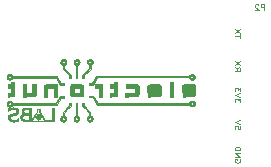
<source format=gbo>
G04 #@! TF.FileFunction,Legend,Bot*
%FSLAX46Y46*%
G04 Gerber Fmt 4.6, Leading zero omitted, Abs format (unit mm)*
G04 Created by KiCad (PCBNEW 4.0.2-stable) date 6/19/2017 9:33:45 AM*
%MOMM*%
G01*
G04 APERTURE LIST*
%ADD10C,0.150000*%
%ADD11C,0.050000*%
%ADD12C,0.010000*%
G04 APERTURE END LIST*
D10*
D11*
X209292000Y-140207953D02*
X209315810Y-140255572D01*
X209315810Y-140327000D01*
X209292000Y-140398429D01*
X209244381Y-140446048D01*
X209196762Y-140469857D01*
X209101524Y-140493667D01*
X209030095Y-140493667D01*
X208934857Y-140469857D01*
X208887238Y-140446048D01*
X208839619Y-140398429D01*
X208815810Y-140327000D01*
X208815810Y-140279381D01*
X208839619Y-140207953D01*
X208863429Y-140184143D01*
X209030095Y-140184143D01*
X209030095Y-140279381D01*
X208815810Y-139969857D02*
X209315810Y-139969857D01*
X208815810Y-139684143D01*
X209315810Y-139684143D01*
X208815810Y-139446047D02*
X209315810Y-139446047D01*
X209315810Y-139327000D01*
X209292000Y-139255571D01*
X209244381Y-139207952D01*
X209196762Y-139184143D01*
X209101524Y-139160333D01*
X209030095Y-139160333D01*
X208934857Y-139184143D01*
X208887238Y-139207952D01*
X208839619Y-139255571D01*
X208815810Y-139327000D01*
X208815810Y-139446047D01*
X209315810Y-137382237D02*
X209315810Y-137620332D01*
X209077714Y-137644142D01*
X209101524Y-137620332D01*
X209125333Y-137572713D01*
X209125333Y-137453666D01*
X209101524Y-137406047D01*
X209077714Y-137382237D01*
X209030095Y-137358428D01*
X208911048Y-137358428D01*
X208863429Y-137382237D01*
X208839619Y-137406047D01*
X208815810Y-137453666D01*
X208815810Y-137572713D01*
X208839619Y-137620332D01*
X208863429Y-137644142D01*
X209315810Y-137215571D02*
X208815810Y-137048904D01*
X209315810Y-136882238D01*
X209315810Y-135366046D02*
X209315810Y-135056523D01*
X209125333Y-135223189D01*
X209125333Y-135151761D01*
X209101524Y-135104142D01*
X209077714Y-135080332D01*
X209030095Y-135056523D01*
X208911048Y-135056523D01*
X208863429Y-135080332D01*
X208839619Y-135104142D01*
X208815810Y-135151761D01*
X208815810Y-135294618D01*
X208839619Y-135342237D01*
X208863429Y-135366046D01*
X209315810Y-134913666D02*
X208815810Y-134746999D01*
X209315810Y-134580333D01*
X209315810Y-134461285D02*
X209315810Y-134151762D01*
X209125333Y-134318428D01*
X209125333Y-134247000D01*
X209101524Y-134199381D01*
X209077714Y-134175571D01*
X209030095Y-134151762D01*
X208911048Y-134151762D01*
X208863429Y-134175571D01*
X208839619Y-134199381D01*
X208815810Y-134247000D01*
X208815810Y-134389857D01*
X208839619Y-134437476D01*
X208863429Y-134461285D01*
X208815810Y-132417333D02*
X209053905Y-132584000D01*
X208815810Y-132703047D02*
X209315810Y-132703047D01*
X209315810Y-132512571D01*
X209292000Y-132464952D01*
X209268190Y-132441143D01*
X209220571Y-132417333D01*
X209149143Y-132417333D01*
X209101524Y-132441143D01*
X209077714Y-132464952D01*
X209053905Y-132512571D01*
X209053905Y-132703047D01*
X209315810Y-132250666D02*
X208815810Y-131917333D01*
X209315810Y-131917333D02*
X208815810Y-132250666D01*
X209315810Y-129920952D02*
X209315810Y-129635238D01*
X208815810Y-129778095D02*
X209315810Y-129778095D01*
X209315810Y-129516190D02*
X208815810Y-129182857D01*
X209315810Y-129182857D02*
X208815810Y-129516190D01*
D12*
G36*
X195919339Y-135697711D02*
X196201561Y-135974908D01*
X196483783Y-136252106D01*
X196483783Y-136530287D01*
X196450577Y-136542175D01*
X196419455Y-136558168D01*
X196386816Y-136582969D01*
X196356605Y-136613011D01*
X196332766Y-136644724D01*
X196327946Y-136653088D01*
X196307037Y-136705374D01*
X196298600Y-136758606D01*
X196301934Y-136811058D01*
X196316336Y-136861003D01*
X196341104Y-136906713D01*
X196375535Y-136946463D01*
X196418927Y-136978526D01*
X196469372Y-137000795D01*
X196512277Y-137010318D01*
X196557562Y-137013452D01*
X196599079Y-137009882D01*
X196608096Y-137007919D01*
X196659279Y-136988653D01*
X196704418Y-136959121D01*
X196742192Y-136921175D01*
X196771278Y-136876663D01*
X196790357Y-136827437D01*
X196797388Y-136780172D01*
X196671116Y-136780172D01*
X196662466Y-136814492D01*
X196643844Y-136845827D01*
X196615379Y-136871918D01*
X196590321Y-136885575D01*
X196563879Y-136891052D01*
X196531991Y-136889267D01*
X196500039Y-136880985D01*
X196476941Y-136869468D01*
X196449472Y-136843949D01*
X196432183Y-136812671D01*
X196424802Y-136778219D01*
X196427059Y-136743178D01*
X196438682Y-136710132D01*
X196459401Y-136681667D01*
X196488944Y-136660368D01*
X196499340Y-136655817D01*
X196523882Y-136650296D01*
X196553376Y-136648938D01*
X196581866Y-136651608D01*
X196603390Y-136658168D01*
X196635929Y-136681863D01*
X196657977Y-136711600D01*
X196669662Y-136745121D01*
X196671116Y-136780172D01*
X196797388Y-136780172D01*
X196798106Y-136775346D01*
X196796791Y-136743686D01*
X196785701Y-136696150D01*
X196764732Y-136650444D01*
X196735853Y-136609009D01*
X196701031Y-136574290D01*
X196662235Y-136548728D01*
X196629934Y-136536582D01*
X196611455Y-136531998D01*
X196611455Y-136203534D01*
X196326007Y-135923153D01*
X196040559Y-135642773D01*
X196040291Y-135395547D01*
X195919339Y-135395547D01*
X195919339Y-135697711D01*
X195919339Y-135697711D01*
G37*
X195919339Y-135697711D02*
X196201561Y-135974908D01*
X196483783Y-136252106D01*
X196483783Y-136530287D01*
X196450577Y-136542175D01*
X196419455Y-136558168D01*
X196386816Y-136582969D01*
X196356605Y-136613011D01*
X196332766Y-136644724D01*
X196327946Y-136653088D01*
X196307037Y-136705374D01*
X196298600Y-136758606D01*
X196301934Y-136811058D01*
X196316336Y-136861003D01*
X196341104Y-136906713D01*
X196375535Y-136946463D01*
X196418927Y-136978526D01*
X196469372Y-137000795D01*
X196512277Y-137010318D01*
X196557562Y-137013452D01*
X196599079Y-137009882D01*
X196608096Y-137007919D01*
X196659279Y-136988653D01*
X196704418Y-136959121D01*
X196742192Y-136921175D01*
X196771278Y-136876663D01*
X196790357Y-136827437D01*
X196797388Y-136780172D01*
X196671116Y-136780172D01*
X196662466Y-136814492D01*
X196643844Y-136845827D01*
X196615379Y-136871918D01*
X196590321Y-136885575D01*
X196563879Y-136891052D01*
X196531991Y-136889267D01*
X196500039Y-136880985D01*
X196476941Y-136869468D01*
X196449472Y-136843949D01*
X196432183Y-136812671D01*
X196424802Y-136778219D01*
X196427059Y-136743178D01*
X196438682Y-136710132D01*
X196459401Y-136681667D01*
X196488944Y-136660368D01*
X196499340Y-136655817D01*
X196523882Y-136650296D01*
X196553376Y-136648938D01*
X196581866Y-136651608D01*
X196603390Y-136658168D01*
X196635929Y-136681863D01*
X196657977Y-136711600D01*
X196669662Y-136745121D01*
X196671116Y-136780172D01*
X196797388Y-136780172D01*
X196798106Y-136775346D01*
X196796791Y-136743686D01*
X196785701Y-136696150D01*
X196764732Y-136650444D01*
X196735853Y-136609009D01*
X196701031Y-136574290D01*
X196662235Y-136548728D01*
X196629934Y-136536582D01*
X196611455Y-136531998D01*
X196611455Y-136203534D01*
X196326007Y-135923153D01*
X196040559Y-135642773D01*
X196040291Y-135395547D01*
X195919339Y-135395547D01*
X195919339Y-135697711D01*
G36*
X195368334Y-135961332D02*
X195368321Y-136062156D01*
X195368273Y-136150290D01*
X195368170Y-136226591D01*
X195367996Y-136291916D01*
X195367733Y-136347123D01*
X195367362Y-136393068D01*
X195366867Y-136430608D01*
X195366230Y-136460600D01*
X195365432Y-136483902D01*
X195364457Y-136501370D01*
X195363286Y-136513861D01*
X195361902Y-136522232D01*
X195360287Y-136527341D01*
X195358424Y-136530043D01*
X195356574Y-136531109D01*
X195301954Y-136556148D01*
X195256249Y-136590932D01*
X195220155Y-136634861D01*
X195205631Y-136660681D01*
X195194763Y-136684263D01*
X195188175Y-136703679D01*
X195184818Y-136723989D01*
X195183643Y-136750249D01*
X195183545Y-136767147D01*
X195184025Y-136798273D01*
X195186164Y-136820922D01*
X195191009Y-136840150D01*
X195199608Y-136861012D01*
X195205589Y-136873527D01*
X195234971Y-136920081D01*
X195272951Y-136958811D01*
X195317094Y-136987414D01*
X195333381Y-136994540D01*
X195372112Y-137005406D01*
X195415632Y-137011169D01*
X195458448Y-137011458D01*
X195495069Y-137005905D01*
X195496480Y-137005513D01*
X195544642Y-136985474D01*
X195589448Y-136954944D01*
X195627741Y-136916615D01*
X195656365Y-136873175D01*
X195659554Y-136866550D01*
X195666746Y-136848113D01*
X195671162Y-136828405D01*
X195673385Y-136803412D01*
X195673924Y-136773217D01*
X195554105Y-136773217D01*
X195546587Y-136808757D01*
X195528383Y-136841002D01*
X195500228Y-136867577D01*
X195479207Y-136879651D01*
X195450756Y-136889803D01*
X195423786Y-136891393D01*
X195393741Y-136885382D01*
X195358167Y-136869202D01*
X195331076Y-136844459D01*
X195313102Y-136813586D01*
X195304879Y-136779016D01*
X195307041Y-136743182D01*
X195320222Y-136708515D01*
X195340665Y-136681683D01*
X195372904Y-136657851D01*
X195408821Y-136645792D01*
X195445918Y-136645248D01*
X195481698Y-136655959D01*
X195513665Y-136677666D01*
X195534145Y-136701764D01*
X195550202Y-136736760D01*
X195554105Y-136773217D01*
X195673924Y-136773217D01*
X195673998Y-136769119D01*
X195673997Y-136767147D01*
X195673480Y-136733561D01*
X195671577Y-136709397D01*
X195667619Y-136690547D01*
X195660941Y-136672904D01*
X195657495Y-136665547D01*
X195635904Y-136630670D01*
X195606789Y-136596936D01*
X195573753Y-136567819D01*
X195540396Y-136546794D01*
X195529530Y-136542073D01*
X195492646Y-136528204D01*
X195490928Y-135961875D01*
X195489209Y-135395547D01*
X195368334Y-135395547D01*
X195368334Y-135961332D01*
X195368334Y-135961332D01*
G37*
X195368334Y-135961332D02*
X195368321Y-136062156D01*
X195368273Y-136150290D01*
X195368170Y-136226591D01*
X195367996Y-136291916D01*
X195367733Y-136347123D01*
X195367362Y-136393068D01*
X195366867Y-136430608D01*
X195366230Y-136460600D01*
X195365432Y-136483902D01*
X195364457Y-136501370D01*
X195363286Y-136513861D01*
X195361902Y-136522232D01*
X195360287Y-136527341D01*
X195358424Y-136530043D01*
X195356574Y-136531109D01*
X195301954Y-136556148D01*
X195256249Y-136590932D01*
X195220155Y-136634861D01*
X195205631Y-136660681D01*
X195194763Y-136684263D01*
X195188175Y-136703679D01*
X195184818Y-136723989D01*
X195183643Y-136750249D01*
X195183545Y-136767147D01*
X195184025Y-136798273D01*
X195186164Y-136820922D01*
X195191009Y-136840150D01*
X195199608Y-136861012D01*
X195205589Y-136873527D01*
X195234971Y-136920081D01*
X195272951Y-136958811D01*
X195317094Y-136987414D01*
X195333381Y-136994540D01*
X195372112Y-137005406D01*
X195415632Y-137011169D01*
X195458448Y-137011458D01*
X195495069Y-137005905D01*
X195496480Y-137005513D01*
X195544642Y-136985474D01*
X195589448Y-136954944D01*
X195627741Y-136916615D01*
X195656365Y-136873175D01*
X195659554Y-136866550D01*
X195666746Y-136848113D01*
X195671162Y-136828405D01*
X195673385Y-136803412D01*
X195673924Y-136773217D01*
X195554105Y-136773217D01*
X195546587Y-136808757D01*
X195528383Y-136841002D01*
X195500228Y-136867577D01*
X195479207Y-136879651D01*
X195450756Y-136889803D01*
X195423786Y-136891393D01*
X195393741Y-136885382D01*
X195358167Y-136869202D01*
X195331076Y-136844459D01*
X195313102Y-136813586D01*
X195304879Y-136779016D01*
X195307041Y-136743182D01*
X195320222Y-136708515D01*
X195340665Y-136681683D01*
X195372904Y-136657851D01*
X195408821Y-136645792D01*
X195445918Y-136645248D01*
X195481698Y-136655959D01*
X195513665Y-136677666D01*
X195534145Y-136701764D01*
X195550202Y-136736760D01*
X195554105Y-136773217D01*
X195673924Y-136773217D01*
X195673998Y-136769119D01*
X195673997Y-136767147D01*
X195673480Y-136733561D01*
X195671577Y-136709397D01*
X195667619Y-136690547D01*
X195660941Y-136672904D01*
X195657495Y-136665547D01*
X195635904Y-136630670D01*
X195606789Y-136596936D01*
X195573753Y-136567819D01*
X195540396Y-136546794D01*
X195529530Y-136542073D01*
X195492646Y-136528204D01*
X195490928Y-135961875D01*
X195489209Y-135395547D01*
X195368334Y-135395547D01*
X195368334Y-135961332D01*
G36*
X194817328Y-135637920D02*
X194531746Y-135920678D01*
X194246164Y-136203437D01*
X194246164Y-136525416D01*
X194202818Y-136545863D01*
X194155548Y-136574797D01*
X194115205Y-136612786D01*
X194084570Y-136657085D01*
X194079319Y-136667602D01*
X194070191Y-136689370D01*
X194064750Y-136709504D01*
X194062109Y-136732937D01*
X194061378Y-136764600D01*
X194061376Y-136767289D01*
X194061864Y-136798426D01*
X194064023Y-136821089D01*
X194068898Y-136840335D01*
X194077531Y-136861222D01*
X194083214Y-136873106D01*
X194114450Y-136922944D01*
X194154000Y-136962301D01*
X194201077Y-136990665D01*
X194254896Y-137007523D01*
X194296561Y-137012217D01*
X194331396Y-137012004D01*
X194361438Y-137008949D01*
X194377196Y-137005271D01*
X194433169Y-136980170D01*
X194479863Y-136945547D01*
X194516832Y-136901783D01*
X194533732Y-136872179D01*
X194542352Y-136852923D01*
X194547745Y-136835350D01*
X194550641Y-136815234D01*
X194551771Y-136788353D01*
X194551905Y-136767147D01*
X194551781Y-136758273D01*
X194432661Y-136758273D01*
X194430378Y-136795732D01*
X194415004Y-136830936D01*
X194396093Y-136854214D01*
X194363158Y-136878718D01*
X194326335Y-136890761D01*
X194287506Y-136889953D01*
X194261159Y-136881970D01*
X194225211Y-136860709D01*
X194200459Y-136832068D01*
X194187114Y-136796352D01*
X194184660Y-136770802D01*
X194190087Y-136730526D01*
X194206082Y-136696592D01*
X194231229Y-136670680D01*
X194264112Y-136654469D01*
X194286388Y-136650153D01*
X194331755Y-136650544D01*
X194368859Y-136661483D01*
X194398139Y-136683196D01*
X194420034Y-136715906D01*
X194421682Y-136719453D01*
X194432661Y-136758273D01*
X194551781Y-136758273D01*
X194551435Y-136733639D01*
X194549580Y-136709558D01*
X194545677Y-136690803D01*
X194539061Y-136673273D01*
X194535439Y-136665547D01*
X194507701Y-136622428D01*
X194469762Y-136583686D01*
X194424754Y-136552010D01*
X194378876Y-136531109D01*
X194374848Y-136528683D01*
X194371854Y-136523340D01*
X194369743Y-136513296D01*
X194368365Y-136496772D01*
X194367568Y-136471987D01*
X194367202Y-136437160D01*
X194367117Y-136392235D01*
X194367117Y-136257351D01*
X194652387Y-135977155D01*
X194937658Y-135696960D01*
X194937969Y-135546253D01*
X194938281Y-135395547D01*
X194817328Y-135395547D01*
X194817328Y-135637920D01*
X194817328Y-135637920D01*
G37*
X194817328Y-135637920D02*
X194531746Y-135920678D01*
X194246164Y-136203437D01*
X194246164Y-136525416D01*
X194202818Y-136545863D01*
X194155548Y-136574797D01*
X194115205Y-136612786D01*
X194084570Y-136657085D01*
X194079319Y-136667602D01*
X194070191Y-136689370D01*
X194064750Y-136709504D01*
X194062109Y-136732937D01*
X194061378Y-136764600D01*
X194061376Y-136767289D01*
X194061864Y-136798426D01*
X194064023Y-136821089D01*
X194068898Y-136840335D01*
X194077531Y-136861222D01*
X194083214Y-136873106D01*
X194114450Y-136922944D01*
X194154000Y-136962301D01*
X194201077Y-136990665D01*
X194254896Y-137007523D01*
X194296561Y-137012217D01*
X194331396Y-137012004D01*
X194361438Y-137008949D01*
X194377196Y-137005271D01*
X194433169Y-136980170D01*
X194479863Y-136945547D01*
X194516832Y-136901783D01*
X194533732Y-136872179D01*
X194542352Y-136852923D01*
X194547745Y-136835350D01*
X194550641Y-136815234D01*
X194551771Y-136788353D01*
X194551905Y-136767147D01*
X194551781Y-136758273D01*
X194432661Y-136758273D01*
X194430378Y-136795732D01*
X194415004Y-136830936D01*
X194396093Y-136854214D01*
X194363158Y-136878718D01*
X194326335Y-136890761D01*
X194287506Y-136889953D01*
X194261159Y-136881970D01*
X194225211Y-136860709D01*
X194200459Y-136832068D01*
X194187114Y-136796352D01*
X194184660Y-136770802D01*
X194190087Y-136730526D01*
X194206082Y-136696592D01*
X194231229Y-136670680D01*
X194264112Y-136654469D01*
X194286388Y-136650153D01*
X194331755Y-136650544D01*
X194368859Y-136661483D01*
X194398139Y-136683196D01*
X194420034Y-136715906D01*
X194421682Y-136719453D01*
X194432661Y-136758273D01*
X194551781Y-136758273D01*
X194551435Y-136733639D01*
X194549580Y-136709558D01*
X194545677Y-136690803D01*
X194539061Y-136673273D01*
X194535439Y-136665547D01*
X194507701Y-136622428D01*
X194469762Y-136583686D01*
X194424754Y-136552010D01*
X194378876Y-136531109D01*
X194374848Y-136528683D01*
X194371854Y-136523340D01*
X194369743Y-136513296D01*
X194368365Y-136496772D01*
X194367568Y-136471987D01*
X194367202Y-136437160D01*
X194367117Y-136392235D01*
X194367117Y-136257351D01*
X194652387Y-135977155D01*
X194937658Y-135696960D01*
X194937969Y-135546253D01*
X194938281Y-135395547D01*
X194817328Y-135395547D01*
X194817328Y-135637920D01*
G36*
X189985244Y-135821510D02*
X189917250Y-135829329D01*
X189857654Y-135839325D01*
X189801466Y-135852516D01*
X189743694Y-135869918D01*
X189737607Y-135871939D01*
X189673492Y-135893387D01*
X189671617Y-135983133D01*
X189671124Y-136016220D01*
X189671088Y-136043807D01*
X189671486Y-136063406D01*
X189672291Y-136072526D01*
X189672532Y-136072880D01*
X189679074Y-136069396D01*
X189693700Y-136060221D01*
X189713370Y-136047266D01*
X189715345Y-136045939D01*
X189787295Y-136005357D01*
X189867106Y-135974746D01*
X189952961Y-135954674D01*
X190034467Y-135946063D01*
X190102406Y-135945685D01*
X190160217Y-135951822D01*
X190209800Y-135964946D01*
X190253056Y-135985530D01*
X190285259Y-136008406D01*
X190313874Y-136040090D01*
X190332876Y-136078177D01*
X190342053Y-136119859D01*
X190341193Y-136162329D01*
X190330084Y-136202781D01*
X190308514Y-136238408D01*
X190303096Y-136244527D01*
X190288192Y-136258581D01*
X190270968Y-136270772D01*
X190249833Y-136281631D01*
X190223192Y-136291687D01*
X190189453Y-136301471D01*
X190147023Y-136311512D01*
X190094309Y-136322341D01*
X190036350Y-136333273D01*
X189963453Y-136347462D01*
X189902265Y-136361342D01*
X189851087Y-136375552D01*
X189808222Y-136390733D01*
X189771972Y-136407522D01*
X189740639Y-136426560D01*
X189712524Y-136448486D01*
X189699977Y-136459934D01*
X189671467Y-136492089D01*
X189650817Y-136527961D01*
X189636348Y-136571034D01*
X189629006Y-136607289D01*
X189625260Y-136669374D01*
X189634123Y-136729156D01*
X189654827Y-136785640D01*
X189686605Y-136837831D01*
X189728688Y-136884732D01*
X189780309Y-136925348D01*
X189840700Y-136958684D01*
X189909094Y-136983745D01*
X189922038Y-136987260D01*
X189961027Y-136994840D01*
X190009231Y-137000426D01*
X190062544Y-137003819D01*
X190116862Y-137004816D01*
X190168078Y-137003218D01*
X190197619Y-137000709D01*
X190273857Y-136988687D01*
X190353923Y-136969923D01*
X190431079Y-136946041D01*
X190444564Y-136941166D01*
X190510080Y-136916879D01*
X190510080Y-136822822D01*
X190509740Y-136789126D01*
X190508808Y-136761105D01*
X190507413Y-136741114D01*
X190505684Y-136731508D01*
X190505040Y-136731028D01*
X190497503Y-136735564D01*
X190481632Y-136745767D01*
X190460278Y-136759795D01*
X190449965Y-136766647D01*
X190369101Y-136812537D01*
X190282343Y-136846725D01*
X190191471Y-136868635D01*
X190109737Y-136877289D01*
X190035507Y-136876577D01*
X189969806Y-136867859D01*
X189913169Y-136851461D01*
X189866133Y-136827712D01*
X189829230Y-136796941D01*
X189802996Y-136759476D01*
X189787967Y-136715646D01*
X189784365Y-136677546D01*
X189788741Y-136630951D01*
X189802467Y-136593326D01*
X189826441Y-136563108D01*
X189861561Y-136538734D01*
X189865287Y-136536780D01*
X189886602Y-136526787D01*
X189910138Y-136517897D01*
X189937991Y-136509566D01*
X189972256Y-136501250D01*
X190015026Y-136492404D01*
X190068397Y-136482484D01*
X190086746Y-136479225D01*
X190143744Y-136468924D01*
X190189755Y-136459905D01*
X190227097Y-136451557D01*
X190258090Y-136443268D01*
X190285053Y-136434423D01*
X190310305Y-136424412D01*
X190332732Y-136414255D01*
X190388138Y-136381734D01*
X190432353Y-136341777D01*
X190465636Y-136294044D01*
X190488245Y-136238192D01*
X190497486Y-136196467D01*
X190501091Y-136133802D01*
X190492049Y-136073427D01*
X190470906Y-136016972D01*
X190438208Y-135966068D01*
X190410360Y-135936116D01*
X190352950Y-135891720D01*
X190287058Y-135857586D01*
X190213105Y-135833828D01*
X190131513Y-135820558D01*
X190042702Y-135817891D01*
X189985244Y-135821510D01*
X189985244Y-135821510D01*
G37*
X189985244Y-135821510D02*
X189917250Y-135829329D01*
X189857654Y-135839325D01*
X189801466Y-135852516D01*
X189743694Y-135869918D01*
X189737607Y-135871939D01*
X189673492Y-135893387D01*
X189671617Y-135983133D01*
X189671124Y-136016220D01*
X189671088Y-136043807D01*
X189671486Y-136063406D01*
X189672291Y-136072526D01*
X189672532Y-136072880D01*
X189679074Y-136069396D01*
X189693700Y-136060221D01*
X189713370Y-136047266D01*
X189715345Y-136045939D01*
X189787295Y-136005357D01*
X189867106Y-135974746D01*
X189952961Y-135954674D01*
X190034467Y-135946063D01*
X190102406Y-135945685D01*
X190160217Y-135951822D01*
X190209800Y-135964946D01*
X190253056Y-135985530D01*
X190285259Y-136008406D01*
X190313874Y-136040090D01*
X190332876Y-136078177D01*
X190342053Y-136119859D01*
X190341193Y-136162329D01*
X190330084Y-136202781D01*
X190308514Y-136238408D01*
X190303096Y-136244527D01*
X190288192Y-136258581D01*
X190270968Y-136270772D01*
X190249833Y-136281631D01*
X190223192Y-136291687D01*
X190189453Y-136301471D01*
X190147023Y-136311512D01*
X190094309Y-136322341D01*
X190036350Y-136333273D01*
X189963453Y-136347462D01*
X189902265Y-136361342D01*
X189851087Y-136375552D01*
X189808222Y-136390733D01*
X189771972Y-136407522D01*
X189740639Y-136426560D01*
X189712524Y-136448486D01*
X189699977Y-136459934D01*
X189671467Y-136492089D01*
X189650817Y-136527961D01*
X189636348Y-136571034D01*
X189629006Y-136607289D01*
X189625260Y-136669374D01*
X189634123Y-136729156D01*
X189654827Y-136785640D01*
X189686605Y-136837831D01*
X189728688Y-136884732D01*
X189780309Y-136925348D01*
X189840700Y-136958684D01*
X189909094Y-136983745D01*
X189922038Y-136987260D01*
X189961027Y-136994840D01*
X190009231Y-137000426D01*
X190062544Y-137003819D01*
X190116862Y-137004816D01*
X190168078Y-137003218D01*
X190197619Y-137000709D01*
X190273857Y-136988687D01*
X190353923Y-136969923D01*
X190431079Y-136946041D01*
X190444564Y-136941166D01*
X190510080Y-136916879D01*
X190510080Y-136822822D01*
X190509740Y-136789126D01*
X190508808Y-136761105D01*
X190507413Y-136741114D01*
X190505684Y-136731508D01*
X190505040Y-136731028D01*
X190497503Y-136735564D01*
X190481632Y-136745767D01*
X190460278Y-136759795D01*
X190449965Y-136766647D01*
X190369101Y-136812537D01*
X190282343Y-136846725D01*
X190191471Y-136868635D01*
X190109737Y-136877289D01*
X190035507Y-136876577D01*
X189969806Y-136867859D01*
X189913169Y-136851461D01*
X189866133Y-136827712D01*
X189829230Y-136796941D01*
X189802996Y-136759476D01*
X189787967Y-136715646D01*
X189784365Y-136677546D01*
X189788741Y-136630951D01*
X189802467Y-136593326D01*
X189826441Y-136563108D01*
X189861561Y-136538734D01*
X189865287Y-136536780D01*
X189886602Y-136526787D01*
X189910138Y-136517897D01*
X189937991Y-136509566D01*
X189972256Y-136501250D01*
X190015026Y-136492404D01*
X190068397Y-136482484D01*
X190086746Y-136479225D01*
X190143744Y-136468924D01*
X190189755Y-136459905D01*
X190227097Y-136451557D01*
X190258090Y-136443268D01*
X190285053Y-136434423D01*
X190310305Y-136424412D01*
X190332732Y-136414255D01*
X190388138Y-136381734D01*
X190432353Y-136341777D01*
X190465636Y-136294044D01*
X190488245Y-136238192D01*
X190497486Y-136196467D01*
X190501091Y-136133802D01*
X190492049Y-136073427D01*
X190470906Y-136016972D01*
X190438208Y-135966068D01*
X190410360Y-135936116D01*
X190352950Y-135891720D01*
X190287058Y-135857586D01*
X190213105Y-135833828D01*
X190131513Y-135820558D01*
X190042702Y-135817891D01*
X189985244Y-135821510D01*
G36*
X193392778Y-136845040D02*
X192821614Y-136845040D01*
X192821614Y-136980507D01*
X193547328Y-136980507D01*
X193547328Y-135842587D01*
X193392778Y-135842587D01*
X193392778Y-136845040D01*
X193392778Y-136845040D01*
G37*
X193392778Y-136845040D02*
X192821614Y-136845040D01*
X192821614Y-136980507D01*
X193547328Y-136980507D01*
X193547328Y-135842587D01*
X193392778Y-135842587D01*
X193392778Y-136845040D01*
G36*
X192173175Y-135937413D02*
X192062302Y-135937413D01*
X192062116Y-136054253D01*
X192061929Y-136171093D01*
X191618907Y-136848427D01*
X191618858Y-136914467D01*
X191618810Y-136980507D01*
X192754418Y-136980507D01*
X192754418Y-136858705D01*
X192720820Y-136858705D01*
X192720820Y-136953413D01*
X191652408Y-136953413D01*
X191652408Y-136854761D01*
X192089180Y-136185079D01*
X192089180Y-135971280D01*
X192277328Y-135971280D01*
X192277328Y-136179090D01*
X192499074Y-136518898D01*
X192720820Y-136858705D01*
X192754418Y-136858705D01*
X192754418Y-136853253D01*
X192310926Y-136173653D01*
X192310926Y-136069080D01*
X192311007Y-136024804D01*
X192310115Y-135991730D01*
X192306546Y-135968230D01*
X192298600Y-135952677D01*
X192284573Y-135943443D01*
X192262763Y-135938902D01*
X192231467Y-135937426D01*
X192188984Y-135937387D01*
X192173175Y-135937413D01*
X192173175Y-135937413D01*
G37*
X192173175Y-135937413D02*
X192062302Y-135937413D01*
X192062116Y-136054253D01*
X192061929Y-136171093D01*
X191618907Y-136848427D01*
X191618858Y-136914467D01*
X191618810Y-136980507D01*
X192754418Y-136980507D01*
X192754418Y-136858705D01*
X192720820Y-136858705D01*
X192720820Y-136953413D01*
X191652408Y-136953413D01*
X191652408Y-136854761D01*
X192089180Y-136185079D01*
X192089180Y-135971280D01*
X192277328Y-135971280D01*
X192277328Y-136179090D01*
X192499074Y-136518898D01*
X192720820Y-136858705D01*
X192754418Y-136858705D01*
X192754418Y-136853253D01*
X192310926Y-136173653D01*
X192310926Y-136069080D01*
X192311007Y-136024804D01*
X192310115Y-135991730D01*
X192306546Y-135968230D01*
X192298600Y-135952677D01*
X192284573Y-135943443D01*
X192262763Y-135938902D01*
X192231467Y-135937426D01*
X192188984Y-135937387D01*
X192173175Y-135937413D01*
G36*
X191344987Y-135842694D02*
X191261425Y-135843052D01*
X191189905Y-135844133D01*
X191129042Y-135846094D01*
X191077450Y-135849090D01*
X191033744Y-135853277D01*
X190996539Y-135858810D01*
X190964449Y-135865846D01*
X190936090Y-135874540D01*
X190910076Y-135885048D01*
X190892510Y-135893570D01*
X190851402Y-135919892D01*
X190820148Y-135952443D01*
X190797729Y-135989833D01*
X190786968Y-136013183D01*
X190780445Y-136032429D01*
X190777131Y-136052587D01*
X190775998Y-136078669D01*
X190775929Y-136096131D01*
X190776666Y-136129128D01*
X190779295Y-136153509D01*
X190784673Y-136174164D01*
X190793254Y-136195109D01*
X190818769Y-136239721D01*
X190852038Y-136277015D01*
X190890486Y-136306766D01*
X190908909Y-136319577D01*
X190921480Y-136329260D01*
X190925471Y-136333707D01*
X190918497Y-136336745D01*
X190902236Y-136342711D01*
X190880173Y-136350325D01*
X190879656Y-136350499D01*
X190819557Y-136377143D01*
X190768965Y-136412934D01*
X190728482Y-136456884D01*
X190698710Y-136508007D01*
X190680251Y-136565317D01*
X190673707Y-136627826D01*
X190677578Y-136681751D01*
X190693304Y-136746041D01*
X190720259Y-136803283D01*
X190757968Y-136853088D01*
X190805956Y-136895067D01*
X190863749Y-136928830D01*
X190930871Y-136953988D01*
X191006847Y-136970152D01*
X191033239Y-136973390D01*
X191057441Y-136975156D01*
X191092783Y-136976763D01*
X191136965Y-136978153D01*
X191187688Y-136979271D01*
X191242652Y-136980060D01*
X191299558Y-136980465D01*
X191323860Y-136980507D01*
X191544895Y-136980507D01*
X191544895Y-136851813D01*
X191390344Y-136851813D01*
X191230754Y-136851577D01*
X191163730Y-136850968D01*
X191106986Y-136849381D01*
X191061468Y-136846860D01*
X191028124Y-136843446D01*
X191020429Y-136842216D01*
X190961974Y-136826732D01*
X190914302Y-136803285D01*
X190877485Y-136771956D01*
X190851598Y-136732822D01*
X190836713Y-136685962D01*
X190832767Y-136641376D01*
X190836643Y-136586761D01*
X190849125Y-136541920D01*
X190870978Y-136505622D01*
X190902967Y-136476641D01*
X190945854Y-136453748D01*
X190950758Y-136451751D01*
X190962767Y-136447208D01*
X190974519Y-136443596D01*
X190987740Y-136440784D01*
X191004155Y-136438637D01*
X191025491Y-136437024D01*
X191053473Y-136435811D01*
X191089827Y-136434866D01*
X191136278Y-136434056D01*
X191190437Y-136433301D01*
X191390344Y-136430662D01*
X191390344Y-136851813D01*
X191544895Y-136851813D01*
X191544895Y-136304404D01*
X191390344Y-136304404D01*
X191227395Y-136302095D01*
X191064445Y-136299787D01*
X191025944Y-136280729D01*
X190987151Y-136256327D01*
X190959506Y-136226324D01*
X190942136Y-136189214D01*
X190934167Y-136143488D01*
X190933413Y-136120983D01*
X190936920Y-136079652D01*
X190948177Y-136047070D01*
X190968291Y-136020213D01*
X190971318Y-136017263D01*
X190984876Y-136005462D01*
X190998992Y-135996079D01*
X191015394Y-135988807D01*
X191035810Y-135983338D01*
X191061967Y-135979364D01*
X191095595Y-135976578D01*
X191138420Y-135974670D01*
X191192170Y-135973335D01*
X191220675Y-135972833D01*
X191390344Y-135970084D01*
X191390344Y-136304404D01*
X191544895Y-136304404D01*
X191544895Y-135842587D01*
X191344987Y-135842694D01*
X191344987Y-135842694D01*
G37*
X191344987Y-135842694D02*
X191261425Y-135843052D01*
X191189905Y-135844133D01*
X191129042Y-135846094D01*
X191077450Y-135849090D01*
X191033744Y-135853277D01*
X190996539Y-135858810D01*
X190964449Y-135865846D01*
X190936090Y-135874540D01*
X190910076Y-135885048D01*
X190892510Y-135893570D01*
X190851402Y-135919892D01*
X190820148Y-135952443D01*
X190797729Y-135989833D01*
X190786968Y-136013183D01*
X190780445Y-136032429D01*
X190777131Y-136052587D01*
X190775998Y-136078669D01*
X190775929Y-136096131D01*
X190776666Y-136129128D01*
X190779295Y-136153509D01*
X190784673Y-136174164D01*
X190793254Y-136195109D01*
X190818769Y-136239721D01*
X190852038Y-136277015D01*
X190890486Y-136306766D01*
X190908909Y-136319577D01*
X190921480Y-136329260D01*
X190925471Y-136333707D01*
X190918497Y-136336745D01*
X190902236Y-136342711D01*
X190880173Y-136350325D01*
X190879656Y-136350499D01*
X190819557Y-136377143D01*
X190768965Y-136412934D01*
X190728482Y-136456884D01*
X190698710Y-136508007D01*
X190680251Y-136565317D01*
X190673707Y-136627826D01*
X190677578Y-136681751D01*
X190693304Y-136746041D01*
X190720259Y-136803283D01*
X190757968Y-136853088D01*
X190805956Y-136895067D01*
X190863749Y-136928830D01*
X190930871Y-136953988D01*
X191006847Y-136970152D01*
X191033239Y-136973390D01*
X191057441Y-136975156D01*
X191092783Y-136976763D01*
X191136965Y-136978153D01*
X191187688Y-136979271D01*
X191242652Y-136980060D01*
X191299558Y-136980465D01*
X191323860Y-136980507D01*
X191544895Y-136980507D01*
X191544895Y-136851813D01*
X191390344Y-136851813D01*
X191230754Y-136851577D01*
X191163730Y-136850968D01*
X191106986Y-136849381D01*
X191061468Y-136846860D01*
X191028124Y-136843446D01*
X191020429Y-136842216D01*
X190961974Y-136826732D01*
X190914302Y-136803285D01*
X190877485Y-136771956D01*
X190851598Y-136732822D01*
X190836713Y-136685962D01*
X190832767Y-136641376D01*
X190836643Y-136586761D01*
X190849125Y-136541920D01*
X190870978Y-136505622D01*
X190902967Y-136476641D01*
X190945854Y-136453748D01*
X190950758Y-136451751D01*
X190962767Y-136447208D01*
X190974519Y-136443596D01*
X190987740Y-136440784D01*
X191004155Y-136438637D01*
X191025491Y-136437024D01*
X191053473Y-136435811D01*
X191089827Y-136434866D01*
X191136278Y-136434056D01*
X191190437Y-136433301D01*
X191390344Y-136430662D01*
X191390344Y-136851813D01*
X191544895Y-136851813D01*
X191544895Y-136304404D01*
X191390344Y-136304404D01*
X191227395Y-136302095D01*
X191064445Y-136299787D01*
X191025944Y-136280729D01*
X190987151Y-136256327D01*
X190959506Y-136226324D01*
X190942136Y-136189214D01*
X190934167Y-136143488D01*
X190933413Y-136120983D01*
X190936920Y-136079652D01*
X190948177Y-136047070D01*
X190968291Y-136020213D01*
X190971318Y-136017263D01*
X190984876Y-136005462D01*
X190998992Y-135996079D01*
X191015394Y-135988807D01*
X191035810Y-135983338D01*
X191061967Y-135979364D01*
X191095595Y-135976578D01*
X191138420Y-135974670D01*
X191192170Y-135973335D01*
X191220675Y-135972833D01*
X191390344Y-135970084D01*
X191390344Y-136304404D01*
X191544895Y-136304404D01*
X191544895Y-135842587D01*
X191344987Y-135842694D01*
G36*
X194048428Y-134857067D02*
X193703356Y-135446347D01*
X190004614Y-135446347D01*
X189991584Y-135411139D01*
X189969951Y-135369945D01*
X189937913Y-135331853D01*
X189898501Y-135300104D01*
X189875150Y-135286703D01*
X189820285Y-135266417D01*
X189764913Y-135258815D01*
X189710705Y-135263312D01*
X189659335Y-135279319D01*
X189612476Y-135306250D01*
X189571799Y-135343520D01*
X189538977Y-135390541D01*
X189530377Y-135407616D01*
X189520872Y-135430787D01*
X189515375Y-135452537D01*
X189512878Y-135478254D01*
X189512368Y-135504062D01*
X189512873Y-135534623D01*
X189515341Y-135557116D01*
X189520928Y-135576997D01*
X189530788Y-135599720D01*
X189534061Y-135606493D01*
X189565490Y-135655894D01*
X189606762Y-135696385D01*
X189655517Y-135726247D01*
X189690901Y-135738070D01*
X189733277Y-135745018D01*
X189777298Y-135746734D01*
X189817614Y-135742865D01*
X189836200Y-135738251D01*
X189888858Y-135714321D01*
X189934010Y-135679910D01*
X189970118Y-135636380D01*
X189988016Y-135603827D01*
X190002673Y-135571653D01*
X193773883Y-135571653D01*
X193809107Y-135511351D01*
X189884373Y-135511351D01*
X189876746Y-135547064D01*
X189872435Y-135556683D01*
X189849668Y-135590251D01*
X189820795Y-135612111D01*
X189784784Y-135622844D01*
X189752697Y-135623951D01*
X189726149Y-135621377D01*
X189707098Y-135615592D01*
X189689659Y-135604616D01*
X189685502Y-135601347D01*
X189657409Y-135571152D01*
X189640871Y-135536616D01*
X189635967Y-135500031D01*
X189642773Y-135463690D01*
X189661367Y-135429887D01*
X189679067Y-135411015D01*
X189708938Y-135391628D01*
X189743791Y-135382937D01*
X189781383Y-135383716D01*
X189816309Y-135393925D01*
X189845418Y-135414351D01*
X189867362Y-135442436D01*
X189880797Y-135475622D01*
X189884373Y-135511351D01*
X193809107Y-135511351D01*
X193947868Y-135273801D01*
X194121852Y-134975948D01*
X194407434Y-134975600D01*
X194407434Y-134853459D01*
X194048428Y-134857067D01*
X194048428Y-134857067D01*
G37*
X194048428Y-134857067D02*
X193703356Y-135446347D01*
X190004614Y-135446347D01*
X189991584Y-135411139D01*
X189969951Y-135369945D01*
X189937913Y-135331853D01*
X189898501Y-135300104D01*
X189875150Y-135286703D01*
X189820285Y-135266417D01*
X189764913Y-135258815D01*
X189710705Y-135263312D01*
X189659335Y-135279319D01*
X189612476Y-135306250D01*
X189571799Y-135343520D01*
X189538977Y-135390541D01*
X189530377Y-135407616D01*
X189520872Y-135430787D01*
X189515375Y-135452537D01*
X189512878Y-135478254D01*
X189512368Y-135504062D01*
X189512873Y-135534623D01*
X189515341Y-135557116D01*
X189520928Y-135576997D01*
X189530788Y-135599720D01*
X189534061Y-135606493D01*
X189565490Y-135655894D01*
X189606762Y-135696385D01*
X189655517Y-135726247D01*
X189690901Y-135738070D01*
X189733277Y-135745018D01*
X189777298Y-135746734D01*
X189817614Y-135742865D01*
X189836200Y-135738251D01*
X189888858Y-135714321D01*
X189934010Y-135679910D01*
X189970118Y-135636380D01*
X189988016Y-135603827D01*
X190002673Y-135571653D01*
X193773883Y-135571653D01*
X193809107Y-135511351D01*
X189884373Y-135511351D01*
X189876746Y-135547064D01*
X189872435Y-135556683D01*
X189849668Y-135590251D01*
X189820795Y-135612111D01*
X189784784Y-135622844D01*
X189752697Y-135623951D01*
X189726149Y-135621377D01*
X189707098Y-135615592D01*
X189689659Y-135604616D01*
X189685502Y-135601347D01*
X189657409Y-135571152D01*
X189640871Y-135536616D01*
X189635967Y-135500031D01*
X189642773Y-135463690D01*
X189661367Y-135429887D01*
X189679067Y-135411015D01*
X189708938Y-135391628D01*
X189743791Y-135382937D01*
X189781383Y-135383716D01*
X189816309Y-135393925D01*
X189845418Y-135414351D01*
X189867362Y-135442436D01*
X189880797Y-135475622D01*
X189884373Y-135511351D01*
X193809107Y-135511351D01*
X193947868Y-135273801D01*
X194121852Y-134975948D01*
X194407434Y-134975600D01*
X194407434Y-134853459D01*
X194048428Y-134857067D01*
G36*
X196510662Y-134968827D02*
X196789673Y-134968827D01*
X196964233Y-135266853D01*
X197138793Y-135564880D01*
X204970382Y-135564880D01*
X204986594Y-135597053D01*
X205016088Y-135641179D01*
X205055632Y-135678441D01*
X205102831Y-135707087D01*
X205155289Y-135725365D01*
X205164714Y-135727345D01*
X205188791Y-135731578D01*
X205206671Y-135733162D01*
X205223919Y-135731951D01*
X205246100Y-135727798D01*
X205259551Y-135724846D01*
X205302705Y-135712208D01*
X205338886Y-135693935D01*
X205373170Y-135667189D01*
X205387810Y-135653162D01*
X205420919Y-135613458D01*
X205442609Y-135570914D01*
X205454037Y-135522654D01*
X205456565Y-135482347D01*
X205456468Y-135476716D01*
X205332054Y-135476716D01*
X205329044Y-135512006D01*
X205316172Y-135545328D01*
X205293615Y-135574100D01*
X205265792Y-135593656D01*
X205239987Y-135601965D01*
X205208637Y-135605173D01*
X205177665Y-135603173D01*
X205152995Y-135595858D01*
X205152701Y-135595706D01*
X205132763Y-135581464D01*
X205112626Y-135561067D01*
X205096188Y-135539021D01*
X205087479Y-135520362D01*
X205085544Y-135503229D01*
X205085649Y-135480035D01*
X205086368Y-135469971D01*
X205095878Y-135433520D01*
X205115381Y-135403592D01*
X205142596Y-135381186D01*
X205175244Y-135367305D01*
X205211046Y-135362949D01*
X205247720Y-135369121D01*
X205280138Y-135384868D01*
X205307779Y-135410564D01*
X205325025Y-135442041D01*
X205332054Y-135476716D01*
X205456468Y-135476716D01*
X205456081Y-135454365D01*
X205453313Y-135432868D01*
X205446910Y-135412216D01*
X205435526Y-135386769D01*
X205431950Y-135379419D01*
X205405926Y-135335443D01*
X205374512Y-135300954D01*
X205334439Y-135272697D01*
X205313512Y-135261544D01*
X205294355Y-135252821D01*
X205276919Y-135247364D01*
X205257008Y-135244431D01*
X205230425Y-135243285D01*
X205209154Y-135243147D01*
X205176060Y-135243605D01*
X205152097Y-135245469D01*
X205132973Y-135249472D01*
X205114395Y-135256351D01*
X205103823Y-135261166D01*
X205076484Y-135276610D01*
X205048554Y-135296259D01*
X205035127Y-135307582D01*
X205017047Y-135327645D01*
X204998770Y-135353281D01*
X204982438Y-135380796D01*
X204970191Y-135406496D01*
X204964171Y-135426687D01*
X204963889Y-135430495D01*
X204963620Y-135431373D01*
X204962599Y-135432209D01*
X204960502Y-135433003D01*
X204957007Y-135433758D01*
X204951791Y-135434473D01*
X204944533Y-135435150D01*
X204934909Y-135435791D01*
X204922597Y-135436395D01*
X204907274Y-135436965D01*
X204888618Y-135437500D01*
X204866306Y-135438003D01*
X204840016Y-135438474D01*
X204809424Y-135438914D01*
X204774209Y-135439325D01*
X204734049Y-135439707D01*
X204688619Y-135440061D01*
X204637598Y-135440388D01*
X204580664Y-135440690D01*
X204517493Y-135440967D01*
X204447763Y-135441221D01*
X204371152Y-135441453D01*
X204287337Y-135441663D01*
X204195995Y-135441852D01*
X204096804Y-135442023D01*
X203989442Y-135442174D01*
X203873585Y-135442309D01*
X203748912Y-135442427D01*
X203615099Y-135442531D01*
X203471824Y-135442620D01*
X203318764Y-135442695D01*
X203155598Y-135442759D01*
X202982002Y-135442812D01*
X202797654Y-135442855D01*
X202602231Y-135442888D01*
X202395411Y-135442914D01*
X202176871Y-135442933D01*
X201946288Y-135442946D01*
X201703341Y-135442954D01*
X201447706Y-135442958D01*
X201179061Y-135442960D01*
X197211018Y-135442960D01*
X196863440Y-134847278D01*
X196687051Y-134847092D01*
X196510662Y-134846907D01*
X196510662Y-134968827D01*
X196510662Y-134968827D01*
G37*
X196510662Y-134968827D02*
X196789673Y-134968827D01*
X196964233Y-135266853D01*
X197138793Y-135564880D01*
X204970382Y-135564880D01*
X204986594Y-135597053D01*
X205016088Y-135641179D01*
X205055632Y-135678441D01*
X205102831Y-135707087D01*
X205155289Y-135725365D01*
X205164714Y-135727345D01*
X205188791Y-135731578D01*
X205206671Y-135733162D01*
X205223919Y-135731951D01*
X205246100Y-135727798D01*
X205259551Y-135724846D01*
X205302705Y-135712208D01*
X205338886Y-135693935D01*
X205373170Y-135667189D01*
X205387810Y-135653162D01*
X205420919Y-135613458D01*
X205442609Y-135570914D01*
X205454037Y-135522654D01*
X205456565Y-135482347D01*
X205456468Y-135476716D01*
X205332054Y-135476716D01*
X205329044Y-135512006D01*
X205316172Y-135545328D01*
X205293615Y-135574100D01*
X205265792Y-135593656D01*
X205239987Y-135601965D01*
X205208637Y-135605173D01*
X205177665Y-135603173D01*
X205152995Y-135595858D01*
X205152701Y-135595706D01*
X205132763Y-135581464D01*
X205112626Y-135561067D01*
X205096188Y-135539021D01*
X205087479Y-135520362D01*
X205085544Y-135503229D01*
X205085649Y-135480035D01*
X205086368Y-135469971D01*
X205095878Y-135433520D01*
X205115381Y-135403592D01*
X205142596Y-135381186D01*
X205175244Y-135367305D01*
X205211046Y-135362949D01*
X205247720Y-135369121D01*
X205280138Y-135384868D01*
X205307779Y-135410564D01*
X205325025Y-135442041D01*
X205332054Y-135476716D01*
X205456468Y-135476716D01*
X205456081Y-135454365D01*
X205453313Y-135432868D01*
X205446910Y-135412216D01*
X205435526Y-135386769D01*
X205431950Y-135379419D01*
X205405926Y-135335443D01*
X205374512Y-135300954D01*
X205334439Y-135272697D01*
X205313512Y-135261544D01*
X205294355Y-135252821D01*
X205276919Y-135247364D01*
X205257008Y-135244431D01*
X205230425Y-135243285D01*
X205209154Y-135243147D01*
X205176060Y-135243605D01*
X205152097Y-135245469D01*
X205132973Y-135249472D01*
X205114395Y-135256351D01*
X205103823Y-135261166D01*
X205076484Y-135276610D01*
X205048554Y-135296259D01*
X205035127Y-135307582D01*
X205017047Y-135327645D01*
X204998770Y-135353281D01*
X204982438Y-135380796D01*
X204970191Y-135406496D01*
X204964171Y-135426687D01*
X204963889Y-135430495D01*
X204963620Y-135431373D01*
X204962599Y-135432209D01*
X204960502Y-135433003D01*
X204957007Y-135433758D01*
X204951791Y-135434473D01*
X204944533Y-135435150D01*
X204934909Y-135435791D01*
X204922597Y-135436395D01*
X204907274Y-135436965D01*
X204888618Y-135437500D01*
X204866306Y-135438003D01*
X204840016Y-135438474D01*
X204809424Y-135438914D01*
X204774209Y-135439325D01*
X204734049Y-135439707D01*
X204688619Y-135440061D01*
X204637598Y-135440388D01*
X204580664Y-135440690D01*
X204517493Y-135440967D01*
X204447763Y-135441221D01*
X204371152Y-135441453D01*
X204287337Y-135441663D01*
X204195995Y-135441852D01*
X204096804Y-135442023D01*
X203989442Y-135442174D01*
X203873585Y-135442309D01*
X203748912Y-135442427D01*
X203615099Y-135442531D01*
X203471824Y-135442620D01*
X203318764Y-135442695D01*
X203155598Y-135442759D01*
X202982002Y-135442812D01*
X202797654Y-135442855D01*
X202602231Y-135442888D01*
X202395411Y-135442914D01*
X202176871Y-135442933D01*
X201946288Y-135442946D01*
X201703341Y-135442954D01*
X201447706Y-135442958D01*
X201179061Y-135442960D01*
X197211018Y-135442960D01*
X196863440Y-134847278D01*
X196687051Y-134847092D01*
X196510662Y-134846907D01*
X196510662Y-134968827D01*
G36*
X204856434Y-133851360D02*
X204785348Y-133851749D01*
X204721337Y-133852372D01*
X204665496Y-133853212D01*
X204618919Y-133854248D01*
X204582701Y-133855462D01*
X204557937Y-133856834D01*
X204547004Y-133858052D01*
X204494186Y-133873883D01*
X204445223Y-133899527D01*
X204402716Y-133933105D01*
X204369268Y-133972738D01*
X204355874Y-133996028D01*
X204347615Y-134015652D01*
X204340939Y-134038066D01*
X204335695Y-134064831D01*
X204331734Y-134097504D01*
X204328907Y-134137644D01*
X204327064Y-134186811D01*
X204326055Y-134246562D01*
X204325737Y-134310120D01*
X204325529Y-134487920D01*
X205172683Y-134487920D01*
X205170760Y-134553960D01*
X205168836Y-134620000D01*
X204790860Y-134621750D01*
X204412884Y-134623499D01*
X204412884Y-134887547D01*
X204817738Y-134886804D01*
X204891209Y-134886573D01*
X204961386Y-134886166D01*
X205026993Y-134885603D01*
X205086752Y-134884903D01*
X205139385Y-134884087D01*
X205183616Y-134883174D01*
X205218168Y-134882183D01*
X205241763Y-134881134D01*
X205252831Y-134880110D01*
X205300481Y-134865184D01*
X205346580Y-134840598D01*
X205388254Y-134808610D01*
X205422630Y-134771475D01*
X205446834Y-134731451D01*
X205449181Y-134725911D01*
X205452702Y-134716897D01*
X205455636Y-134708111D01*
X205458039Y-134698289D01*
X205459963Y-134686169D01*
X205461461Y-134670487D01*
X205462586Y-134649981D01*
X205463392Y-134623387D01*
X205463932Y-134589444D01*
X205464260Y-134546886D01*
X205464428Y-134494453D01*
X205464489Y-134430879D01*
X205464498Y-134362613D01*
X205464454Y-134286478D01*
X205464298Y-134222637D01*
X205463990Y-134169840D01*
X205463593Y-134135707D01*
X205172196Y-134135707D01*
X205172196Y-134223760D01*
X204621191Y-134223760D01*
X204621191Y-134135707D01*
X205172196Y-134135707D01*
X205463593Y-134135707D01*
X205463489Y-134126836D01*
X205462757Y-134092372D01*
X205461753Y-134065198D01*
X205460438Y-134044063D01*
X205458773Y-134027714D01*
X205456718Y-134014901D01*
X205454232Y-134004372D01*
X205453023Y-134000240D01*
X205432679Y-133953831D01*
X205403140Y-133913930D01*
X205374622Y-133889066D01*
X205362881Y-133881060D01*
X205351637Y-133874271D01*
X205339722Y-133868599D01*
X205325965Y-133863943D01*
X205309198Y-133860203D01*
X205288252Y-133857279D01*
X205261958Y-133855070D01*
X205229146Y-133853477D01*
X205188647Y-133852398D01*
X205139293Y-133851734D01*
X205079914Y-133851384D01*
X205009340Y-133851249D01*
X204933500Y-133851227D01*
X204856434Y-133851360D01*
X204856434Y-133851360D01*
G37*
X204856434Y-133851360D02*
X204785348Y-133851749D01*
X204721337Y-133852372D01*
X204665496Y-133853212D01*
X204618919Y-133854248D01*
X204582701Y-133855462D01*
X204557937Y-133856834D01*
X204547004Y-133858052D01*
X204494186Y-133873883D01*
X204445223Y-133899527D01*
X204402716Y-133933105D01*
X204369268Y-133972738D01*
X204355874Y-133996028D01*
X204347615Y-134015652D01*
X204340939Y-134038066D01*
X204335695Y-134064831D01*
X204331734Y-134097504D01*
X204328907Y-134137644D01*
X204327064Y-134186811D01*
X204326055Y-134246562D01*
X204325737Y-134310120D01*
X204325529Y-134487920D01*
X205172683Y-134487920D01*
X205170760Y-134553960D01*
X205168836Y-134620000D01*
X204790860Y-134621750D01*
X204412884Y-134623499D01*
X204412884Y-134887547D01*
X204817738Y-134886804D01*
X204891209Y-134886573D01*
X204961386Y-134886166D01*
X205026993Y-134885603D01*
X205086752Y-134884903D01*
X205139385Y-134884087D01*
X205183616Y-134883174D01*
X205218168Y-134882183D01*
X205241763Y-134881134D01*
X205252831Y-134880110D01*
X205300481Y-134865184D01*
X205346580Y-134840598D01*
X205388254Y-134808610D01*
X205422630Y-134771475D01*
X205446834Y-134731451D01*
X205449181Y-134725911D01*
X205452702Y-134716897D01*
X205455636Y-134708111D01*
X205458039Y-134698289D01*
X205459963Y-134686169D01*
X205461461Y-134670487D01*
X205462586Y-134649981D01*
X205463392Y-134623387D01*
X205463932Y-134589444D01*
X205464260Y-134546886D01*
X205464428Y-134494453D01*
X205464489Y-134430879D01*
X205464498Y-134362613D01*
X205464454Y-134286478D01*
X205464298Y-134222637D01*
X205463990Y-134169840D01*
X205463593Y-134135707D01*
X205172196Y-134135707D01*
X205172196Y-134223760D01*
X204621191Y-134223760D01*
X204621191Y-134135707D01*
X205172196Y-134135707D01*
X205463593Y-134135707D01*
X205463489Y-134126836D01*
X205462757Y-134092372D01*
X205461753Y-134065198D01*
X205460438Y-134044063D01*
X205458773Y-134027714D01*
X205456718Y-134014901D01*
X205454232Y-134004372D01*
X205453023Y-134000240D01*
X205432679Y-133953831D01*
X205403140Y-133913930D01*
X205374622Y-133889066D01*
X205362881Y-133881060D01*
X205351637Y-133874271D01*
X205339722Y-133868599D01*
X205325965Y-133863943D01*
X205309198Y-133860203D01*
X205288252Y-133857279D01*
X205261958Y-133855070D01*
X205229146Y-133853477D01*
X205188647Y-133852398D01*
X205139293Y-133851734D01*
X205079914Y-133851384D01*
X205009340Y-133851249D01*
X204933500Y-133851227D01*
X204856434Y-133851360D01*
G36*
X203310873Y-134887547D02*
X203606535Y-134887547D01*
X203606535Y-133627707D01*
X203310873Y-133627707D01*
X203310873Y-134887547D01*
X203310873Y-134887547D01*
G37*
X203310873Y-134887547D02*
X203606535Y-134887547D01*
X203606535Y-133627707D01*
X203310873Y-133627707D01*
X203310873Y-134887547D01*
G36*
X201960169Y-133851360D02*
X201889103Y-133851749D01*
X201825111Y-133852373D01*
X201769286Y-133853213D01*
X201722725Y-133854250D01*
X201686523Y-133855464D01*
X201661775Y-133856836D01*
X201650867Y-133858052D01*
X201596131Y-133874568D01*
X201546026Y-133901455D01*
X201502902Y-133936993D01*
X201469107Y-133979457D01*
X201458045Y-133999384D01*
X201439471Y-134037493D01*
X201437380Y-134262707D01*
X201435289Y-134487920D01*
X202276059Y-134487920D01*
X202276059Y-134623387D01*
X201523466Y-134623387D01*
X201523466Y-134887547D01*
X201924961Y-134886804D01*
X201998102Y-134886574D01*
X202067931Y-134886169D01*
X202133168Y-134885611D01*
X202192530Y-134884918D01*
X202244738Y-134884110D01*
X202288511Y-134883207D01*
X202322568Y-134882228D01*
X202345629Y-134881192D01*
X202355966Y-134880220D01*
X202391902Y-134869461D01*
X202431514Y-134851832D01*
X202469111Y-134830181D01*
X202495842Y-134810211D01*
X202516830Y-134787178D01*
X202537202Y-134756917D01*
X202546239Y-134740102D01*
X202568360Y-134694825D01*
X202570364Y-134386480D01*
X202570762Y-134294915D01*
X202570678Y-134216821D01*
X202570111Y-134152129D01*
X202569775Y-134135707D01*
X202276059Y-134135707D01*
X202276059Y-134223760D01*
X201725053Y-134223760D01*
X201725053Y-134135707D01*
X202276059Y-134135707D01*
X202569775Y-134135707D01*
X202569059Y-134100772D01*
X202567522Y-134062682D01*
X202565498Y-134037791D01*
X202564803Y-134032929D01*
X202550899Y-133983609D01*
X202527392Y-133939093D01*
X202496182Y-133902722D01*
X202485749Y-133894011D01*
X202473767Y-133885023D01*
X202462365Y-133877391D01*
X202450379Y-133871004D01*
X202436650Y-133865751D01*
X202420013Y-133861521D01*
X202399307Y-133858205D01*
X202373370Y-133855689D01*
X202341041Y-133853865D01*
X202301156Y-133852621D01*
X202252553Y-133851846D01*
X202194072Y-133851429D01*
X202124549Y-133851259D01*
X202042823Y-133851227D01*
X202037211Y-133851227D01*
X201960169Y-133851360D01*
X201960169Y-133851360D01*
G37*
X201960169Y-133851360D02*
X201889103Y-133851749D01*
X201825111Y-133852373D01*
X201769286Y-133853213D01*
X201722725Y-133854250D01*
X201686523Y-133855464D01*
X201661775Y-133856836D01*
X201650867Y-133858052D01*
X201596131Y-133874568D01*
X201546026Y-133901455D01*
X201502902Y-133936993D01*
X201469107Y-133979457D01*
X201458045Y-133999384D01*
X201439471Y-134037493D01*
X201437380Y-134262707D01*
X201435289Y-134487920D01*
X202276059Y-134487920D01*
X202276059Y-134623387D01*
X201523466Y-134623387D01*
X201523466Y-134887547D01*
X201924961Y-134886804D01*
X201998102Y-134886574D01*
X202067931Y-134886169D01*
X202133168Y-134885611D01*
X202192530Y-134884918D01*
X202244738Y-134884110D01*
X202288511Y-134883207D01*
X202322568Y-134882228D01*
X202345629Y-134881192D01*
X202355966Y-134880220D01*
X202391902Y-134869461D01*
X202431514Y-134851832D01*
X202469111Y-134830181D01*
X202495842Y-134810211D01*
X202516830Y-134787178D01*
X202537202Y-134756917D01*
X202546239Y-134740102D01*
X202568360Y-134694825D01*
X202570364Y-134386480D01*
X202570762Y-134294915D01*
X202570678Y-134216821D01*
X202570111Y-134152129D01*
X202569775Y-134135707D01*
X202276059Y-134135707D01*
X202276059Y-134223760D01*
X201725053Y-134223760D01*
X201725053Y-134135707D01*
X202276059Y-134135707D01*
X202569775Y-134135707D01*
X202569059Y-134100772D01*
X202567522Y-134062682D01*
X202565498Y-134037791D01*
X202564803Y-134032929D01*
X202550899Y-133983609D01*
X202527392Y-133939093D01*
X202496182Y-133902722D01*
X202485749Y-133894011D01*
X202473767Y-133885023D01*
X202462365Y-133877391D01*
X202450379Y-133871004D01*
X202436650Y-133865751D01*
X202420013Y-133861521D01*
X202399307Y-133858205D01*
X202373370Y-133855689D01*
X202341041Y-133853865D01*
X202301156Y-133852621D01*
X202252553Y-133851846D01*
X202194072Y-133851429D01*
X202124549Y-133851259D01*
X202042823Y-133851227D01*
X202037211Y-133851227D01*
X201960169Y-133851360D01*
G36*
X199641984Y-134135707D02*
X200401297Y-134135707D01*
X200401297Y-134623387D01*
X199561350Y-134623387D01*
X199561350Y-134887547D01*
X200006522Y-134886804D01*
X200083505Y-134886590D01*
X200157157Y-134886218D01*
X200226272Y-134885706D01*
X200289645Y-134885069D01*
X200346070Y-134884326D01*
X200394344Y-134883493D01*
X200433259Y-134882585D01*
X200461613Y-134881621D01*
X200478199Y-134880617D01*
X200481204Y-134880220D01*
X200517140Y-134869461D01*
X200556752Y-134851832D01*
X200594349Y-134830181D01*
X200621081Y-134810211D01*
X200642104Y-134787133D01*
X200662495Y-134756813D01*
X200671477Y-134740081D01*
X200693598Y-134694784D01*
X200693598Y-134023947D01*
X200677667Y-133984114D01*
X200652596Y-133937204D01*
X200618609Y-133900236D01*
X200577084Y-133873442D01*
X200539048Y-133854613D01*
X199641984Y-133850857D01*
X199641984Y-134135707D01*
X199641984Y-134135707D01*
G37*
X199641984Y-134135707D02*
X200401297Y-134135707D01*
X200401297Y-134623387D01*
X199561350Y-134623387D01*
X199561350Y-134887547D01*
X200006522Y-134886804D01*
X200083505Y-134886590D01*
X200157157Y-134886218D01*
X200226272Y-134885706D01*
X200289645Y-134885069D01*
X200346070Y-134884326D01*
X200394344Y-134883493D01*
X200433259Y-134882585D01*
X200461613Y-134881621D01*
X200478199Y-134880617D01*
X200481204Y-134880220D01*
X200517140Y-134869461D01*
X200556752Y-134851832D01*
X200594349Y-134830181D01*
X200621081Y-134810211D01*
X200642104Y-134787133D01*
X200662495Y-134756813D01*
X200671477Y-134740081D01*
X200693598Y-134694784D01*
X200693598Y-134023947D01*
X200677667Y-133984114D01*
X200652596Y-133937204D01*
X200618609Y-133900236D01*
X200577084Y-133873442D01*
X200539048Y-133854613D01*
X199641984Y-133850857D01*
X199641984Y-134135707D01*
G36*
X198580291Y-133851227D02*
X198291350Y-133851227D01*
X198291350Y-134135707D01*
X198580461Y-134135707D01*
X198578696Y-134377853D01*
X198576932Y-134620000D01*
X198291350Y-134623656D01*
X198291350Y-134887547D01*
X198497977Y-134886853D01*
X198550312Y-134886522D01*
X198599095Y-134885918D01*
X198642485Y-134885087D01*
X198678643Y-134884074D01*
X198705727Y-134882926D01*
X198721898Y-134881688D01*
X198724762Y-134881213D01*
X198764157Y-134866363D01*
X198800045Y-134843249D01*
X198828618Y-134814668D01*
X198840642Y-134796107D01*
X198846122Y-134785409D01*
X198850916Y-134775234D01*
X198855076Y-134764639D01*
X198858650Y-134752681D01*
X198861689Y-134738419D01*
X198864245Y-134720908D01*
X198866366Y-134699207D01*
X198868105Y-134672372D01*
X198869510Y-134639462D01*
X198870632Y-134599533D01*
X198871522Y-134551643D01*
X198872230Y-134494849D01*
X198872807Y-134428208D01*
X198873302Y-134350778D01*
X198873767Y-134261616D01*
X198874213Y-134167880D01*
X198876754Y-133627707D01*
X198580291Y-133627707D01*
X198580291Y-133851227D01*
X198580291Y-133851227D01*
G37*
X198580291Y-133851227D02*
X198291350Y-133851227D01*
X198291350Y-134135707D01*
X198580461Y-134135707D01*
X198578696Y-134377853D01*
X198576932Y-134620000D01*
X198291350Y-134623656D01*
X198291350Y-134887547D01*
X198497977Y-134886853D01*
X198550312Y-134886522D01*
X198599095Y-134885918D01*
X198642485Y-134885087D01*
X198678643Y-134884074D01*
X198705727Y-134882926D01*
X198721898Y-134881688D01*
X198724762Y-134881213D01*
X198764157Y-134866363D01*
X198800045Y-134843249D01*
X198828618Y-134814668D01*
X198840642Y-134796107D01*
X198846122Y-134785409D01*
X198850916Y-134775234D01*
X198855076Y-134764639D01*
X198858650Y-134752681D01*
X198861689Y-134738419D01*
X198864245Y-134720908D01*
X198866366Y-134699207D01*
X198868105Y-134672372D01*
X198869510Y-134639462D01*
X198870632Y-134599533D01*
X198871522Y-134551643D01*
X198872230Y-134494849D01*
X198872807Y-134428208D01*
X198873302Y-134350778D01*
X198873767Y-134261616D01*
X198874213Y-134167880D01*
X198876754Y-133627707D01*
X198580291Y-133627707D01*
X198580291Y-133851227D01*
G36*
X197308980Y-133881338D02*
X197306932Y-133911450D01*
X197270110Y-133888001D01*
X197247271Y-133874337D01*
X197226361Y-133864513D01*
X197204419Y-133857911D01*
X197178483Y-133853916D01*
X197145591Y-133851911D01*
X197102783Y-133851280D01*
X197093585Y-133851264D01*
X197001191Y-133851227D01*
X197001191Y-134135707D01*
X197310291Y-134135707D01*
X197310291Y-134887547D01*
X197605953Y-134887547D01*
X197605953Y-133851227D01*
X197311028Y-133851227D01*
X197308980Y-133881338D01*
X197308980Y-133881338D01*
G37*
X197308980Y-133881338D02*
X197306932Y-133911450D01*
X197270110Y-133888001D01*
X197247271Y-133874337D01*
X197226361Y-133864513D01*
X197204419Y-133857911D01*
X197178483Y-133853916D01*
X197145591Y-133851911D01*
X197102783Y-133851280D01*
X197093585Y-133851264D01*
X197001191Y-133851227D01*
X197001191Y-134135707D01*
X197310291Y-134135707D01*
X197310291Y-134887547D01*
X197605953Y-134887547D01*
X197605953Y-133851227D01*
X197311028Y-133851227D01*
X197308980Y-133881338D01*
G36*
X195328089Y-133851233D02*
X195256179Y-133851344D01*
X195195458Y-133851700D01*
X195144803Y-133852441D01*
X195103087Y-133853705D01*
X195069187Y-133855633D01*
X195041978Y-133858363D01*
X195020335Y-133862035D01*
X195003132Y-133866790D01*
X194989246Y-133872765D01*
X194977552Y-133880102D01*
X194966925Y-133888938D01*
X194956240Y-133899415D01*
X194947025Y-133908935D01*
X194925354Y-133933610D01*
X194910926Y-133957004D01*
X194899935Y-133985543D01*
X194898065Y-133991600D01*
X194894878Y-134002625D01*
X194892225Y-134013546D01*
X194890063Y-134025634D01*
X194888354Y-134040165D01*
X194887056Y-134058412D01*
X194886130Y-134081650D01*
X194885534Y-134111153D01*
X194885228Y-134148194D01*
X194885172Y-134194048D01*
X194885326Y-134249989D01*
X194885649Y-134317291D01*
X194885961Y-134373102D01*
X194887884Y-134708053D01*
X194905991Y-134742649D01*
X194935269Y-134785020D01*
X194974890Y-134822182D01*
X195022169Y-134852258D01*
X195074423Y-134873368D01*
X195102465Y-134880141D01*
X195117366Y-134881637D01*
X195143917Y-134882946D01*
X195180551Y-134884069D01*
X195225699Y-134885005D01*
X195277794Y-134885755D01*
X195335268Y-134886318D01*
X195396553Y-134886695D01*
X195460081Y-134886884D01*
X195524285Y-134886888D01*
X195587595Y-134886704D01*
X195648446Y-134886333D01*
X195705268Y-134885775D01*
X195756493Y-134885031D01*
X195800555Y-134884099D01*
X195835885Y-134882979D01*
X195860914Y-134881673D01*
X195874076Y-134880179D01*
X195874086Y-134880177D01*
X195921192Y-134862710D01*
X195959687Y-134834960D01*
X195989041Y-134797402D01*
X196004961Y-134762454D01*
X196007644Y-134753707D01*
X196009891Y-134743470D01*
X196011740Y-134730536D01*
X196013230Y-134713697D01*
X196014398Y-134691747D01*
X196015283Y-134663477D01*
X196015921Y-134627680D01*
X196016351Y-134583149D01*
X196016611Y-134528676D01*
X196016739Y-134463054D01*
X196016773Y-134386320D01*
X196016773Y-134135707D01*
X195724471Y-134135707D01*
X195724471Y-134623387D01*
X195180186Y-134623387D01*
X195180186Y-134135707D01*
X195724471Y-134135707D01*
X196016773Y-134135707D01*
X196016773Y-134044267D01*
X195997424Y-134002039D01*
X195968761Y-133955208D01*
X195929782Y-133915581D01*
X195882290Y-133884512D01*
X195828090Y-133863353D01*
X195805377Y-133858052D01*
X195790765Y-133856573D01*
X195763782Y-133855237D01*
X195725495Y-133854060D01*
X195676971Y-133853063D01*
X195619279Y-133852262D01*
X195553485Y-133851677D01*
X195480658Y-133851327D01*
X195412313Y-133851227D01*
X195328089Y-133851233D01*
X195328089Y-133851233D01*
G37*
X195328089Y-133851233D02*
X195256179Y-133851344D01*
X195195458Y-133851700D01*
X195144803Y-133852441D01*
X195103087Y-133853705D01*
X195069187Y-133855633D01*
X195041978Y-133858363D01*
X195020335Y-133862035D01*
X195003132Y-133866790D01*
X194989246Y-133872765D01*
X194977552Y-133880102D01*
X194966925Y-133888938D01*
X194956240Y-133899415D01*
X194947025Y-133908935D01*
X194925354Y-133933610D01*
X194910926Y-133957004D01*
X194899935Y-133985543D01*
X194898065Y-133991600D01*
X194894878Y-134002625D01*
X194892225Y-134013546D01*
X194890063Y-134025634D01*
X194888354Y-134040165D01*
X194887056Y-134058412D01*
X194886130Y-134081650D01*
X194885534Y-134111153D01*
X194885228Y-134148194D01*
X194885172Y-134194048D01*
X194885326Y-134249989D01*
X194885649Y-134317291D01*
X194885961Y-134373102D01*
X194887884Y-134708053D01*
X194905991Y-134742649D01*
X194935269Y-134785020D01*
X194974890Y-134822182D01*
X195022169Y-134852258D01*
X195074423Y-134873368D01*
X195102465Y-134880141D01*
X195117366Y-134881637D01*
X195143917Y-134882946D01*
X195180551Y-134884069D01*
X195225699Y-134885005D01*
X195277794Y-134885755D01*
X195335268Y-134886318D01*
X195396553Y-134886695D01*
X195460081Y-134886884D01*
X195524285Y-134886888D01*
X195587595Y-134886704D01*
X195648446Y-134886333D01*
X195705268Y-134885775D01*
X195756493Y-134885031D01*
X195800555Y-134884099D01*
X195835885Y-134882979D01*
X195860914Y-134881673D01*
X195874076Y-134880179D01*
X195874086Y-134880177D01*
X195921192Y-134862710D01*
X195959687Y-134834960D01*
X195989041Y-134797402D01*
X196004961Y-134762454D01*
X196007644Y-134753707D01*
X196009891Y-134743470D01*
X196011740Y-134730536D01*
X196013230Y-134713697D01*
X196014398Y-134691747D01*
X196015283Y-134663477D01*
X196015921Y-134627680D01*
X196016351Y-134583149D01*
X196016611Y-134528676D01*
X196016739Y-134463054D01*
X196016773Y-134386320D01*
X196016773Y-134135707D01*
X195724471Y-134135707D01*
X195724471Y-134623387D01*
X195180186Y-134623387D01*
X195180186Y-134135707D01*
X195724471Y-134135707D01*
X196016773Y-134135707D01*
X196016773Y-134044267D01*
X195997424Y-134002039D01*
X195968761Y-133955208D01*
X195929782Y-133915581D01*
X195882290Y-133884512D01*
X195828090Y-133863353D01*
X195805377Y-133858052D01*
X195790765Y-133856573D01*
X195763782Y-133855237D01*
X195725495Y-133854060D01*
X195676971Y-133853063D01*
X195619279Y-133852262D01*
X195553485Y-133851677D01*
X195480658Y-133851327D01*
X195412313Y-133851227D01*
X195328089Y-133851233D01*
G36*
X193243362Y-133851257D02*
X193162317Y-133851360D01*
X193092783Y-133851558D01*
X193033794Y-133851869D01*
X192984388Y-133852313D01*
X192943599Y-133852911D01*
X192910462Y-133853683D01*
X192884015Y-133854648D01*
X192863292Y-133855827D01*
X192847329Y-133857239D01*
X192835162Y-133858905D01*
X192825827Y-133860844D01*
X192822004Y-133861897D01*
X192783117Y-133880175D01*
X192747514Y-133909715D01*
X192717562Y-133948262D01*
X192703212Y-133974946D01*
X192683863Y-134017173D01*
X192681949Y-134452360D01*
X192680034Y-134887547D01*
X192969445Y-134887547D01*
X192969445Y-134135707D01*
X193520450Y-134135707D01*
X193520450Y-134887547D01*
X193816111Y-134887547D01*
X193816111Y-133851227D01*
X193336881Y-133851227D01*
X193243362Y-133851257D01*
X193243362Y-133851257D01*
G37*
X193243362Y-133851257D02*
X193162317Y-133851360D01*
X193092783Y-133851558D01*
X193033794Y-133851869D01*
X192984388Y-133852313D01*
X192943599Y-133852911D01*
X192910462Y-133853683D01*
X192884015Y-133854648D01*
X192863292Y-133855827D01*
X192847329Y-133857239D01*
X192835162Y-133858905D01*
X192825827Y-133860844D01*
X192822004Y-133861897D01*
X192783117Y-133880175D01*
X192747514Y-133909715D01*
X192717562Y-133948262D01*
X192703212Y-133974946D01*
X192683863Y-134017173D01*
X192681949Y-134452360D01*
X192680034Y-134887547D01*
X192969445Y-134887547D01*
X192969445Y-134135707D01*
X193520450Y-134135707D01*
X193520450Y-134887547D01*
X193816111Y-134887547D01*
X193816111Y-133851227D01*
X193336881Y-133851227D01*
X193243362Y-133851257D01*
G36*
X191699445Y-134603067D02*
X191148440Y-134603067D01*
X191148440Y-133851227D01*
X190859498Y-133851227D01*
X190859498Y-134887547D01*
X191148440Y-134887547D01*
X191148440Y-134857067D01*
X191149201Y-134838883D01*
X191151126Y-134827980D01*
X191152268Y-134826587D01*
X191159479Y-134830125D01*
X191174014Y-134839240D01*
X191186731Y-134847832D01*
X191200634Y-134857210D01*
X191213754Y-134864983D01*
X191227463Y-134871297D01*
X191243132Y-134876299D01*
X191262134Y-134880137D01*
X191285841Y-134882956D01*
X191315624Y-134884905D01*
X191352855Y-134886130D01*
X191398906Y-134886778D01*
X191455149Y-134886996D01*
X191522956Y-134886932D01*
X191551002Y-134886866D01*
X191611287Y-134886571D01*
X191668207Y-134886016D01*
X191720171Y-134885236D01*
X191765586Y-134884268D01*
X191802859Y-134883148D01*
X191830397Y-134881911D01*
X191846607Y-134880593D01*
X191849174Y-134880153D01*
X191893168Y-134863101D01*
X191930107Y-134834553D01*
X191959888Y-134794603D01*
X191975816Y-134761433D01*
X191991746Y-134721600D01*
X191993704Y-134286413D01*
X191995662Y-133851227D01*
X191699445Y-133851227D01*
X191699445Y-134603067D01*
X191699445Y-134603067D01*
G37*
X191699445Y-134603067D02*
X191148440Y-134603067D01*
X191148440Y-133851227D01*
X190859498Y-133851227D01*
X190859498Y-134887547D01*
X191148440Y-134887547D01*
X191148440Y-134857067D01*
X191149201Y-134838883D01*
X191151126Y-134827980D01*
X191152268Y-134826587D01*
X191159479Y-134830125D01*
X191174014Y-134839240D01*
X191186731Y-134847832D01*
X191200634Y-134857210D01*
X191213754Y-134864983D01*
X191227463Y-134871297D01*
X191243132Y-134876299D01*
X191262134Y-134880137D01*
X191285841Y-134882956D01*
X191315624Y-134884905D01*
X191352855Y-134886130D01*
X191398906Y-134886778D01*
X191455149Y-134886996D01*
X191522956Y-134886932D01*
X191551002Y-134886866D01*
X191611287Y-134886571D01*
X191668207Y-134886016D01*
X191720171Y-134885236D01*
X191765586Y-134884268D01*
X191802859Y-134883148D01*
X191830397Y-134881911D01*
X191846607Y-134880593D01*
X191849174Y-134880153D01*
X191893168Y-134863101D01*
X191930107Y-134834553D01*
X191959888Y-134794603D01*
X191975816Y-134761433D01*
X191991746Y-134721600D01*
X191993704Y-134286413D01*
X191995662Y-133851227D01*
X191699445Y-133851227D01*
X191699445Y-134603067D01*
G36*
X189878440Y-133851227D02*
X189589498Y-133851227D01*
X189589498Y-134135707D01*
X189878609Y-134135707D01*
X189876844Y-134377853D01*
X189875080Y-134620000D01*
X189589498Y-134623656D01*
X189589498Y-134887547D01*
X189796125Y-134886853D01*
X189848460Y-134886513D01*
X189897243Y-134885884D01*
X189940633Y-134885014D01*
X189976791Y-134883951D01*
X190003875Y-134882743D01*
X190020047Y-134881438D01*
X190022910Y-134880936D01*
X190070040Y-134862631D01*
X190108450Y-134834776D01*
X190137139Y-134798192D01*
X190146254Y-134779942D01*
X190151180Y-134767224D01*
X190155495Y-134753028D01*
X190159240Y-134736427D01*
X190162454Y-134716496D01*
X190165175Y-134692307D01*
X190167445Y-134662934D01*
X190169301Y-134627451D01*
X190170784Y-134584931D01*
X190171932Y-134534448D01*
X190172786Y-134475075D01*
X190173385Y-134405886D01*
X190173768Y-134325955D01*
X190173975Y-134234354D01*
X190174045Y-134130158D01*
X190174046Y-134127240D01*
X190174101Y-133627707D01*
X189878440Y-133627707D01*
X189878440Y-133851227D01*
X189878440Y-133851227D01*
G37*
X189878440Y-133851227D02*
X189589498Y-133851227D01*
X189589498Y-134135707D01*
X189878609Y-134135707D01*
X189876844Y-134377853D01*
X189875080Y-134620000D01*
X189589498Y-134623656D01*
X189589498Y-134887547D01*
X189796125Y-134886853D01*
X189848460Y-134886513D01*
X189897243Y-134885884D01*
X189940633Y-134885014D01*
X189976791Y-134883951D01*
X190003875Y-134882743D01*
X190020047Y-134881438D01*
X190022910Y-134880936D01*
X190070040Y-134862631D01*
X190108450Y-134834776D01*
X190137139Y-134798192D01*
X190146254Y-134779942D01*
X190151180Y-134767224D01*
X190155495Y-134753028D01*
X190159240Y-134736427D01*
X190162454Y-134716496D01*
X190165175Y-134692307D01*
X190167445Y-134662934D01*
X190169301Y-134627451D01*
X190170784Y-134584931D01*
X190171932Y-134534448D01*
X190172786Y-134475075D01*
X190173385Y-134405886D01*
X190173768Y-134325955D01*
X190173975Y-134234354D01*
X190174045Y-134130158D01*
X190174046Y-134127240D01*
X190174101Y-133627707D01*
X189878440Y-133627707D01*
X189878440Y-133851227D01*
G36*
X189717603Y-132981201D02*
X189693858Y-132982712D01*
X189675521Y-132986089D01*
X189658581Y-132992033D01*
X189641645Y-132999943D01*
X189598822Y-133027282D01*
X189560652Y-133063331D01*
X189530854Y-133104340D01*
X189522848Y-133119691D01*
X189514534Y-133139370D01*
X189509365Y-133157769D01*
X189506635Y-133179166D01*
X189505643Y-133207840D01*
X189505575Y-133224693D01*
X189505988Y-133257264D01*
X189507636Y-133280396D01*
X189511263Y-133298190D01*
X189517607Y-133314746D01*
X189524290Y-133328230D01*
X189555126Y-133376226D01*
X189592634Y-133413502D01*
X189628238Y-133436659D01*
X189680909Y-133457914D01*
X189735058Y-133466941D01*
X189788832Y-133464339D01*
X189840376Y-133450709D01*
X189887836Y-133426650D01*
X189929358Y-133392762D01*
X189963088Y-133349645D01*
X189976879Y-133323890D01*
X189996032Y-133282408D01*
X191847275Y-133282383D01*
X193698519Y-133282358D01*
X193874068Y-133582032D01*
X194049617Y-133881707D01*
X194223937Y-133883510D01*
X194271050Y-133883824D01*
X194313688Y-133883777D01*
X194350021Y-133883399D01*
X194378220Y-133882717D01*
X194396458Y-133881760D01*
X194402845Y-133880688D01*
X194404957Y-133872199D01*
X194406556Y-133853665D01*
X194407378Y-133828581D01*
X194407434Y-133819752D01*
X194407434Y-133763443D01*
X194264673Y-133761615D01*
X194121911Y-133759787D01*
X193947173Y-133460307D01*
X193803342Y-133213798D01*
X189874601Y-133213798D01*
X189870706Y-133251717D01*
X189853582Y-133289571D01*
X189851989Y-133292034D01*
X189827153Y-133318171D01*
X189794779Y-133335466D01*
X189758111Y-133343159D01*
X189720397Y-133340487D01*
X189690659Y-133329869D01*
X189659627Y-133307245D01*
X189638439Y-133278028D01*
X189627080Y-133244720D01*
X189625535Y-133209825D01*
X189633789Y-133175848D01*
X189651826Y-133145291D01*
X189679631Y-133120659D01*
X189691970Y-133113754D01*
X189731956Y-133100873D01*
X189771038Y-133100881D01*
X189807404Y-133113433D01*
X189839244Y-133138187D01*
X189842984Y-133142315D01*
X189865338Y-133176951D01*
X189874601Y-133213798D01*
X193803342Y-133213798D01*
X193772434Y-133160827D01*
X189994464Y-133160347D01*
X189980584Y-133126680D01*
X189960122Y-133090420D01*
X189930164Y-133054614D01*
X189894259Y-133022979D01*
X189861750Y-133002165D01*
X189842472Y-132992493D01*
X189826225Y-132986291D01*
X189809027Y-132982794D01*
X189786895Y-132981237D01*
X189755846Y-132980856D01*
X189750768Y-132980853D01*
X189717603Y-132981201D01*
X189717603Y-132981201D01*
G37*
X189717603Y-132981201D02*
X189693858Y-132982712D01*
X189675521Y-132986089D01*
X189658581Y-132992033D01*
X189641645Y-132999943D01*
X189598822Y-133027282D01*
X189560652Y-133063331D01*
X189530854Y-133104340D01*
X189522848Y-133119691D01*
X189514534Y-133139370D01*
X189509365Y-133157769D01*
X189506635Y-133179166D01*
X189505643Y-133207840D01*
X189505575Y-133224693D01*
X189505988Y-133257264D01*
X189507636Y-133280396D01*
X189511263Y-133298190D01*
X189517607Y-133314746D01*
X189524290Y-133328230D01*
X189555126Y-133376226D01*
X189592634Y-133413502D01*
X189628238Y-133436659D01*
X189680909Y-133457914D01*
X189735058Y-133466941D01*
X189788832Y-133464339D01*
X189840376Y-133450709D01*
X189887836Y-133426650D01*
X189929358Y-133392762D01*
X189963088Y-133349645D01*
X189976879Y-133323890D01*
X189996032Y-133282408D01*
X191847275Y-133282383D01*
X193698519Y-133282358D01*
X193874068Y-133582032D01*
X194049617Y-133881707D01*
X194223937Y-133883510D01*
X194271050Y-133883824D01*
X194313688Y-133883777D01*
X194350021Y-133883399D01*
X194378220Y-133882717D01*
X194396458Y-133881760D01*
X194402845Y-133880688D01*
X194404957Y-133872199D01*
X194406556Y-133853665D01*
X194407378Y-133828581D01*
X194407434Y-133819752D01*
X194407434Y-133763443D01*
X194264673Y-133761615D01*
X194121911Y-133759787D01*
X193947173Y-133460307D01*
X193803342Y-133213798D01*
X189874601Y-133213798D01*
X189870706Y-133251717D01*
X189853582Y-133289571D01*
X189851989Y-133292034D01*
X189827153Y-133318171D01*
X189794779Y-133335466D01*
X189758111Y-133343159D01*
X189720397Y-133340487D01*
X189690659Y-133329869D01*
X189659627Y-133307245D01*
X189638439Y-133278028D01*
X189627080Y-133244720D01*
X189625535Y-133209825D01*
X189633789Y-133175848D01*
X189651826Y-133145291D01*
X189679631Y-133120659D01*
X189691970Y-133113754D01*
X189731956Y-133100873D01*
X189771038Y-133100881D01*
X189807404Y-133113433D01*
X189839244Y-133138187D01*
X189842984Y-133142315D01*
X189865338Y-133176951D01*
X189874601Y-133213798D01*
X193803342Y-133213798D01*
X193772434Y-133160827D01*
X189994464Y-133160347D01*
X189980584Y-133126680D01*
X189960122Y-133090420D01*
X189930164Y-133054614D01*
X189894259Y-133022979D01*
X189861750Y-133002165D01*
X189842472Y-132992493D01*
X189826225Y-132986291D01*
X189809027Y-132982794D01*
X189786895Y-132981237D01*
X189755846Y-132980856D01*
X189750768Y-132980853D01*
X189717603Y-132981201D01*
G36*
X205153141Y-132989469D02*
X205101831Y-133003154D01*
X205053077Y-133028325D01*
X205018605Y-133055552D01*
X204997807Y-133077058D01*
X204979675Y-133099498D01*
X204967918Y-133118248D01*
X204967420Y-133119324D01*
X204955129Y-133146800D01*
X197123323Y-133146800D01*
X196946757Y-133448213D01*
X196770191Y-133749627D01*
X196490503Y-133749627D01*
X196490503Y-133871547D01*
X196843281Y-133871343D01*
X197017441Y-133573418D01*
X197191600Y-133275493D01*
X204940576Y-133275493D01*
X204951946Y-133307763D01*
X204977430Y-133361221D01*
X205012776Y-133405571D01*
X205057467Y-133440300D01*
X205109887Y-133464524D01*
X205165261Y-133476693D01*
X205219852Y-133476317D01*
X205271978Y-133464312D01*
X205319959Y-133441594D01*
X205362116Y-133409079D01*
X205396767Y-133367683D01*
X205422232Y-133318322D01*
X205431419Y-133289286D01*
X205439005Y-133236507D01*
X205438444Y-133230638D01*
X205313307Y-133230638D01*
X205307042Y-133271019D01*
X205288905Y-133306020D01*
X205259881Y-133334200D01*
X205231697Y-133349933D01*
X205207834Y-133354764D01*
X205177827Y-133353466D01*
X205147098Y-133346805D01*
X205121071Y-133335548D01*
X205118524Y-133333927D01*
X205091854Y-133308497D01*
X205073912Y-133275537D01*
X205065788Y-133238663D01*
X205068573Y-133201491D01*
X205073761Y-133185423D01*
X205091725Y-133157168D01*
X205118385Y-133133579D01*
X205150080Y-133116716D01*
X205183148Y-133108640D01*
X205208036Y-133109869D01*
X205246920Y-133124060D01*
X205278339Y-133147419D01*
X205300623Y-133178032D01*
X205312106Y-133213985D01*
X205313307Y-133230638D01*
X205438444Y-133230638D01*
X205434101Y-133185276D01*
X205416458Y-133133185D01*
X205414936Y-133129867D01*
X205385693Y-133081648D01*
X205348319Y-133042911D01*
X205304596Y-133013991D01*
X205256305Y-132995222D01*
X205205226Y-132986936D01*
X205153141Y-132989469D01*
X205153141Y-132989469D01*
G37*
X205153141Y-132989469D02*
X205101831Y-133003154D01*
X205053077Y-133028325D01*
X205018605Y-133055552D01*
X204997807Y-133077058D01*
X204979675Y-133099498D01*
X204967918Y-133118248D01*
X204967420Y-133119324D01*
X204955129Y-133146800D01*
X197123323Y-133146800D01*
X196946757Y-133448213D01*
X196770191Y-133749627D01*
X196490503Y-133749627D01*
X196490503Y-133871547D01*
X196843281Y-133871343D01*
X197017441Y-133573418D01*
X197191600Y-133275493D01*
X204940576Y-133275493D01*
X204951946Y-133307763D01*
X204977430Y-133361221D01*
X205012776Y-133405571D01*
X205057467Y-133440300D01*
X205109887Y-133464524D01*
X205165261Y-133476693D01*
X205219852Y-133476317D01*
X205271978Y-133464312D01*
X205319959Y-133441594D01*
X205362116Y-133409079D01*
X205396767Y-133367683D01*
X205422232Y-133318322D01*
X205431419Y-133289286D01*
X205439005Y-133236507D01*
X205438444Y-133230638D01*
X205313307Y-133230638D01*
X205307042Y-133271019D01*
X205288905Y-133306020D01*
X205259881Y-133334200D01*
X205231697Y-133349933D01*
X205207834Y-133354764D01*
X205177827Y-133353466D01*
X205147098Y-133346805D01*
X205121071Y-133335548D01*
X205118524Y-133333927D01*
X205091854Y-133308497D01*
X205073912Y-133275537D01*
X205065788Y-133238663D01*
X205068573Y-133201491D01*
X205073761Y-133185423D01*
X205091725Y-133157168D01*
X205118385Y-133133579D01*
X205150080Y-133116716D01*
X205183148Y-133108640D01*
X205208036Y-133109869D01*
X205246920Y-133124060D01*
X205278339Y-133147419D01*
X205300623Y-133178032D01*
X205312106Y-133213985D01*
X205313307Y-133230638D01*
X205438444Y-133230638D01*
X205434101Y-133185276D01*
X205416458Y-133133185D01*
X205414936Y-133129867D01*
X205385693Y-133081648D01*
X205348319Y-133042911D01*
X205304596Y-133013991D01*
X205256305Y-132995222D01*
X205205226Y-132986936D01*
X205153141Y-132989469D01*
G36*
X196498626Y-131727858D02*
X196449344Y-131745377D01*
X196404488Y-131773249D01*
X196366008Y-131811337D01*
X196354005Y-131827651D01*
X196327995Y-131877383D01*
X196314093Y-131929529D01*
X196311763Y-131982248D01*
X196320469Y-132033701D01*
X196339675Y-132082048D01*
X196368845Y-132125450D01*
X196407442Y-132162066D01*
X196454931Y-132190056D01*
X196460288Y-132192368D01*
X196497223Y-132207799D01*
X196497223Y-132480762D01*
X196211664Y-132761288D01*
X195926105Y-133041813D01*
X195926059Y-133343227D01*
X196053731Y-133343227D01*
X196054545Y-133089227D01*
X196624895Y-132528741D01*
X196624895Y-132206583D01*
X196667908Y-132186294D01*
X196715668Y-132156959D01*
X196753966Y-132119571D01*
X196782451Y-132075944D01*
X196800766Y-132027892D01*
X196808560Y-131977230D01*
X196808084Y-131969270D01*
X196685371Y-131969270D01*
X196679982Y-131998749D01*
X196665772Y-132029364D01*
X196645675Y-132055688D01*
X196632696Y-132066701D01*
X196605729Y-132078652D01*
X196572304Y-132084241D01*
X196537437Y-132083419D01*
X196506141Y-132076134D01*
X196490435Y-132068147D01*
X196463285Y-132045061D01*
X196446898Y-132018784D01*
X196438988Y-131985261D01*
X196438073Y-131975363D01*
X196437333Y-131949408D01*
X196440508Y-131930252D01*
X196448907Y-131911405D01*
X196452097Y-131905773D01*
X196476437Y-131875987D01*
X196507586Y-131855717D01*
X196542787Y-131845301D01*
X196579283Y-131845083D01*
X196614317Y-131855402D01*
X196645133Y-131876599D01*
X196649772Y-131881329D01*
X196667569Y-131907270D01*
X196680357Y-131938694D01*
X196685369Y-131968760D01*
X196685371Y-131969270D01*
X196808084Y-131969270D01*
X196805478Y-131925772D01*
X196791166Y-131875331D01*
X196765271Y-131827722D01*
X196743168Y-131800341D01*
X196701010Y-131764044D01*
X196653526Y-131738784D01*
X196602668Y-131724425D01*
X196550384Y-131720828D01*
X196498626Y-131727858D01*
X196498626Y-131727858D01*
G37*
X196498626Y-131727858D02*
X196449344Y-131745377D01*
X196404488Y-131773249D01*
X196366008Y-131811337D01*
X196354005Y-131827651D01*
X196327995Y-131877383D01*
X196314093Y-131929529D01*
X196311763Y-131982248D01*
X196320469Y-132033701D01*
X196339675Y-132082048D01*
X196368845Y-132125450D01*
X196407442Y-132162066D01*
X196454931Y-132190056D01*
X196460288Y-132192368D01*
X196497223Y-132207799D01*
X196497223Y-132480762D01*
X196211664Y-132761288D01*
X195926105Y-133041813D01*
X195926059Y-133343227D01*
X196053731Y-133343227D01*
X196054545Y-133089227D01*
X196624895Y-132528741D01*
X196624895Y-132206583D01*
X196667908Y-132186294D01*
X196715668Y-132156959D01*
X196753966Y-132119571D01*
X196782451Y-132075944D01*
X196800766Y-132027892D01*
X196808560Y-131977230D01*
X196808084Y-131969270D01*
X196685371Y-131969270D01*
X196679982Y-131998749D01*
X196665772Y-132029364D01*
X196645675Y-132055688D01*
X196632696Y-132066701D01*
X196605729Y-132078652D01*
X196572304Y-132084241D01*
X196537437Y-132083419D01*
X196506141Y-132076134D01*
X196490435Y-132068147D01*
X196463285Y-132045061D01*
X196446898Y-132018784D01*
X196438988Y-131985261D01*
X196438073Y-131975363D01*
X196437333Y-131949408D01*
X196440508Y-131930252D01*
X196448907Y-131911405D01*
X196452097Y-131905773D01*
X196476437Y-131875987D01*
X196507586Y-131855717D01*
X196542787Y-131845301D01*
X196579283Y-131845083D01*
X196614317Y-131855402D01*
X196645133Y-131876599D01*
X196649772Y-131881329D01*
X196667569Y-131907270D01*
X196680357Y-131938694D01*
X196685369Y-131968760D01*
X196685371Y-131969270D01*
X196808084Y-131969270D01*
X196805478Y-131925772D01*
X196791166Y-131875331D01*
X196765271Y-131827722D01*
X196743168Y-131800341D01*
X196701010Y-131764044D01*
X196653526Y-131738784D01*
X196602668Y-131724425D01*
X196550384Y-131720828D01*
X196498626Y-131727858D01*
G36*
X194254149Y-131728462D02*
X194203772Y-131748500D01*
X194158510Y-131779204D01*
X194120301Y-131819619D01*
X194098189Y-131854306D01*
X194086235Y-131878762D01*
X194078959Y-131900137D01*
X194074943Y-131924038D01*
X194072836Y-131954693D01*
X194072132Y-131987729D01*
X194074075Y-132012850D01*
X194079344Y-132035544D01*
X194084820Y-132051447D01*
X194107447Y-132094970D01*
X194140216Y-132135222D01*
X194179831Y-132168743D01*
X194216001Y-132189174D01*
X194259604Y-132208321D01*
X194259604Y-132535221D01*
X194541738Y-132812224D01*
X194823873Y-133089227D01*
X194823960Y-133216227D01*
X194824048Y-133343227D01*
X194951720Y-133343227D01*
X194951720Y-133040736D01*
X194380556Y-132479908D01*
X194380556Y-132207799D01*
X194417491Y-132192368D01*
X194460833Y-132167857D01*
X194500676Y-132133290D01*
X194533298Y-132092157D01*
X194543863Y-132073931D01*
X194554079Y-132053032D01*
X194560413Y-132035482D01*
X194563781Y-132016756D01*
X194565103Y-131992327D01*
X194565303Y-131968240D01*
X194565152Y-131958363D01*
X194444649Y-131958363D01*
X194441268Y-131994449D01*
X194425823Y-132031782D01*
X194401977Y-132058809D01*
X194369342Y-132075806D01*
X194327530Y-132083044D01*
X194315274Y-132083361D01*
X194289213Y-132082888D01*
X194271977Y-132080517D01*
X194258962Y-132074870D01*
X194245565Y-132064570D01*
X194241984Y-132061431D01*
X194218613Y-132034817D01*
X194201519Y-132003649D01*
X194193149Y-131972730D01*
X194192703Y-131964853D01*
X194199061Y-131929931D01*
X194216685Y-131897657D01*
X194243406Y-131870631D01*
X194277051Y-131851457D01*
X194291270Y-131846751D01*
X194327855Y-131843206D01*
X194362615Y-131851063D01*
X194393611Y-131868414D01*
X194418906Y-131893353D01*
X194436565Y-131923972D01*
X194444649Y-131958363D01*
X194565152Y-131958363D01*
X194564800Y-131935476D01*
X194562717Y-131911710D01*
X194558272Y-131892415D01*
X194550680Y-131873065D01*
X194547703Y-131866640D01*
X194516861Y-131816249D01*
X194476990Y-131775786D01*
X194428625Y-131745663D01*
X194372304Y-131726293D01*
X194362496Y-131724200D01*
X194307703Y-131720044D01*
X194254149Y-131728462D01*
X194254149Y-131728462D01*
G37*
X194254149Y-131728462D02*
X194203772Y-131748500D01*
X194158510Y-131779204D01*
X194120301Y-131819619D01*
X194098189Y-131854306D01*
X194086235Y-131878762D01*
X194078959Y-131900137D01*
X194074943Y-131924038D01*
X194072836Y-131954693D01*
X194072132Y-131987729D01*
X194074075Y-132012850D01*
X194079344Y-132035544D01*
X194084820Y-132051447D01*
X194107447Y-132094970D01*
X194140216Y-132135222D01*
X194179831Y-132168743D01*
X194216001Y-132189174D01*
X194259604Y-132208321D01*
X194259604Y-132535221D01*
X194541738Y-132812224D01*
X194823873Y-133089227D01*
X194823960Y-133216227D01*
X194824048Y-133343227D01*
X194951720Y-133343227D01*
X194951720Y-133040736D01*
X194380556Y-132479908D01*
X194380556Y-132207799D01*
X194417491Y-132192368D01*
X194460833Y-132167857D01*
X194500676Y-132133290D01*
X194533298Y-132092157D01*
X194543863Y-132073931D01*
X194554079Y-132053032D01*
X194560413Y-132035482D01*
X194563781Y-132016756D01*
X194565103Y-131992327D01*
X194565303Y-131968240D01*
X194565152Y-131958363D01*
X194444649Y-131958363D01*
X194441268Y-131994449D01*
X194425823Y-132031782D01*
X194401977Y-132058809D01*
X194369342Y-132075806D01*
X194327530Y-132083044D01*
X194315274Y-132083361D01*
X194289213Y-132082888D01*
X194271977Y-132080517D01*
X194258962Y-132074870D01*
X194245565Y-132064570D01*
X194241984Y-132061431D01*
X194218613Y-132034817D01*
X194201519Y-132003649D01*
X194193149Y-131972730D01*
X194192703Y-131964853D01*
X194199061Y-131929931D01*
X194216685Y-131897657D01*
X194243406Y-131870631D01*
X194277051Y-131851457D01*
X194291270Y-131846751D01*
X194327855Y-131843206D01*
X194362615Y-131851063D01*
X194393611Y-131868414D01*
X194418906Y-131893353D01*
X194436565Y-131923972D01*
X194444649Y-131958363D01*
X194565152Y-131958363D01*
X194564800Y-131935476D01*
X194562717Y-131911710D01*
X194558272Y-131892415D01*
X194550680Y-131873065D01*
X194547703Y-131866640D01*
X194516861Y-131816249D01*
X194476990Y-131775786D01*
X194428625Y-131745663D01*
X194372304Y-131726293D01*
X194362496Y-131724200D01*
X194307703Y-131720044D01*
X194254149Y-131728462D01*
G36*
X195410741Y-131724579D02*
X195361229Y-131735390D01*
X195314418Y-131756040D01*
X195272018Y-131786533D01*
X195235740Y-131826872D01*
X195212790Y-131865174D01*
X195205409Y-131882144D01*
X195200730Y-131899262D01*
X195198172Y-131920339D01*
X195197153Y-131949182D01*
X195197037Y-131968240D01*
X195197328Y-132001365D01*
X195198712Y-132024839D01*
X195201875Y-132042552D01*
X195207497Y-132058395D01*
X195215874Y-132075513D01*
X195247706Y-132122679D01*
X195288915Y-132161966D01*
X195333864Y-132189436D01*
X195374913Y-132208693D01*
X195375053Y-133336453D01*
X195502725Y-133336453D01*
X195502725Y-132207799D01*
X195539978Y-132192235D01*
X195584256Y-132167182D01*
X195624154Y-132132169D01*
X195656076Y-132090672D01*
X195667992Y-132068427D01*
X195677797Y-132045228D01*
X195683642Y-132025057D01*
X195686476Y-132002799D01*
X195687251Y-131973336D01*
X195687242Y-131967449D01*
X195562861Y-131967449D01*
X195560764Y-131997021D01*
X195554114Y-132020369D01*
X195553761Y-132021070D01*
X195530080Y-132053398D01*
X195498864Y-132075893D01*
X195462588Y-132087758D01*
X195423728Y-132088200D01*
X195384758Y-132076422D01*
X195383451Y-132075793D01*
X195352087Y-132054109D01*
X195330805Y-132026231D01*
X195319188Y-131994419D01*
X195316818Y-131960931D01*
X195323276Y-131928029D01*
X195338146Y-131897973D01*
X195361008Y-131873021D01*
X195391445Y-131855435D01*
X195425624Y-131847717D01*
X195449665Y-131846766D01*
X195470741Y-131847702D01*
X195478773Y-131848992D01*
X195497929Y-131858195D01*
X195519786Y-131874928D01*
X195539878Y-131895261D01*
X195553465Y-131914722D01*
X195560423Y-131937926D01*
X195562861Y-131967449D01*
X195687242Y-131967449D01*
X195687237Y-131964853D01*
X195686470Y-131932577D01*
X195683908Y-131908942D01*
X195678642Y-131889073D01*
X195669764Y-131868096D01*
X195668827Y-131866133D01*
X195639001Y-131817985D01*
X195601621Y-131779654D01*
X195558395Y-131751145D01*
X195511034Y-131732460D01*
X195461246Y-131723604D01*
X195410741Y-131724579D01*
X195410741Y-131724579D01*
G37*
X195410741Y-131724579D02*
X195361229Y-131735390D01*
X195314418Y-131756040D01*
X195272018Y-131786533D01*
X195235740Y-131826872D01*
X195212790Y-131865174D01*
X195205409Y-131882144D01*
X195200730Y-131899262D01*
X195198172Y-131920339D01*
X195197153Y-131949182D01*
X195197037Y-131968240D01*
X195197328Y-132001365D01*
X195198712Y-132024839D01*
X195201875Y-132042552D01*
X195207497Y-132058395D01*
X195215874Y-132075513D01*
X195247706Y-132122679D01*
X195288915Y-132161966D01*
X195333864Y-132189436D01*
X195374913Y-132208693D01*
X195375053Y-133336453D01*
X195502725Y-133336453D01*
X195502725Y-132207799D01*
X195539978Y-132192235D01*
X195584256Y-132167182D01*
X195624154Y-132132169D01*
X195656076Y-132090672D01*
X195667992Y-132068427D01*
X195677797Y-132045228D01*
X195683642Y-132025057D01*
X195686476Y-132002799D01*
X195687251Y-131973336D01*
X195687242Y-131967449D01*
X195562861Y-131967449D01*
X195560764Y-131997021D01*
X195554114Y-132020369D01*
X195553761Y-132021070D01*
X195530080Y-132053398D01*
X195498864Y-132075893D01*
X195462588Y-132087758D01*
X195423728Y-132088200D01*
X195384758Y-132076422D01*
X195383451Y-132075793D01*
X195352087Y-132054109D01*
X195330805Y-132026231D01*
X195319188Y-131994419D01*
X195316818Y-131960931D01*
X195323276Y-131928029D01*
X195338146Y-131897973D01*
X195361008Y-131873021D01*
X195391445Y-131855435D01*
X195425624Y-131847717D01*
X195449665Y-131846766D01*
X195470741Y-131847702D01*
X195478773Y-131848992D01*
X195497929Y-131858195D01*
X195519786Y-131874928D01*
X195539878Y-131895261D01*
X195553465Y-131914722D01*
X195560423Y-131937926D01*
X195562861Y-131967449D01*
X195687242Y-131967449D01*
X195687237Y-131964853D01*
X195686470Y-131932577D01*
X195683908Y-131908942D01*
X195678642Y-131889073D01*
X195669764Y-131868096D01*
X195668827Y-131866133D01*
X195639001Y-131817985D01*
X195601621Y-131779654D01*
X195558395Y-131751145D01*
X195511034Y-131732460D01*
X195461246Y-131723604D01*
X195410741Y-131724579D01*
G36*
X192209175Y-136397705D02*
X192202871Y-136405497D01*
X192193763Y-136415743D01*
X192185405Y-136416106D01*
X192174885Y-136409912D01*
X192162312Y-136403048D01*
X192153326Y-136405000D01*
X192144170Y-136413314D01*
X192133558Y-136422850D01*
X192125970Y-136422983D01*
X192115885Y-136414775D01*
X192105030Y-136406539D01*
X192098526Y-136407882D01*
X192095592Y-136411816D01*
X192089780Y-136424634D01*
X192094070Y-136431876D01*
X192099260Y-136434316D01*
X192108282Y-136443296D01*
X192106762Y-136456315D01*
X192098714Y-136466190D01*
X192087649Y-136471637D01*
X192075011Y-136466844D01*
X192074669Y-136466630D01*
X192061426Y-136461676D01*
X192051830Y-136466061D01*
X192046746Y-136473136D01*
X192051499Y-136481050D01*
X192057396Y-136486195D01*
X192072381Y-136498449D01*
X192056100Y-136515948D01*
X192044640Y-136527112D01*
X192036973Y-136529044D01*
X192028146Y-136522794D01*
X192027333Y-136522056D01*
X192017037Y-136514502D01*
X192009178Y-136516759D01*
X192004192Y-136521405D01*
X191997495Y-136530160D01*
X192001640Y-136536266D01*
X192007761Y-136539817D01*
X192019269Y-136547976D01*
X192020090Y-136557040D01*
X192011770Y-136570213D01*
X192003179Y-136578822D01*
X191993493Y-136578234D01*
X191984969Y-136574075D01*
X191971062Y-136568499D01*
X191962032Y-136571329D01*
X191959693Y-136573535D01*
X191955859Y-136581527D01*
X191962750Y-136589791D01*
X191966462Y-136592455D01*
X191981496Y-136602738D01*
X191967933Y-136621937D01*
X191954370Y-136641137D01*
X191968018Y-136648500D01*
X191979851Y-136658950D01*
X191979065Y-136671777D01*
X191970673Y-136683499D01*
X191963388Y-136693009D01*
X191965752Y-136697817D01*
X191970923Y-136700093D01*
X191984678Y-136699104D01*
X191995594Y-136692195D01*
X192005698Y-136684301D01*
X192013363Y-136685303D01*
X192023478Y-136694521D01*
X192032994Y-136705463D01*
X192033195Y-136713243D01*
X192026431Y-136721910D01*
X192018805Y-136732174D01*
X192020777Y-136739206D01*
X192025808Y-136743828D01*
X192035038Y-136748871D01*
X192043237Y-136743916D01*
X192047817Y-136738287D01*
X192056214Y-136728602D01*
X192063447Y-136728053D01*
X192075353Y-136736243D01*
X192075568Y-136736409D01*
X192086647Y-136745830D01*
X192087745Y-136752843D01*
X192079624Y-136763177D01*
X192079195Y-136763655D01*
X192070881Y-136774731D01*
X192072031Y-136781339D01*
X192076008Y-136784390D01*
X192089799Y-136790315D01*
X192097987Y-136785361D01*
X192100189Y-136780693D01*
X192108698Y-136771453D01*
X192121448Y-136774183D01*
X192132857Y-136784080D01*
X192140951Y-136794851D01*
X192139619Y-136803002D01*
X192133729Y-136810202D01*
X192126318Y-136820482D01*
X192128652Y-136827659D01*
X192132650Y-136831320D01*
X192141651Y-136835684D01*
X192150508Y-136830025D01*
X192154792Y-136825010D01*
X192166723Y-136810158D01*
X192183959Y-136823825D01*
X192201195Y-136837491D01*
X192214925Y-136823652D01*
X192226821Y-136814435D01*
X192237939Y-136815146D01*
X192243633Y-136817894D01*
X192259228Y-136822272D01*
X192267630Y-136817398D01*
X192266465Y-136806036D01*
X192260787Y-136797914D01*
X192252794Y-136786418D01*
X192254561Y-136776892D01*
X192257701Y-136772354D01*
X192265635Y-136761760D01*
X192268498Y-136757762D01*
X192274579Y-136759175D01*
X192286915Y-136766200D01*
X192287319Y-136766465D01*
X192299641Y-136773614D01*
X192305618Y-136772751D01*
X192308502Y-136767130D01*
X192307592Y-136754246D01*
X192301798Y-136744499D01*
X192294787Y-136734309D01*
X192296798Y-136724741D01*
X192301364Y-136717658D01*
X192315122Y-136704763D01*
X192328939Y-136705357D01*
X192338157Y-136713388D01*
X192345723Y-136720413D01*
X192351202Y-136716044D01*
X192353023Y-136712901D01*
X192354414Y-136699101D01*
X192348624Y-136690078D01*
X192341794Y-136680199D01*
X192343667Y-136670863D01*
X192348652Y-136663110D01*
X192357431Y-136652826D01*
X192366004Y-136652936D01*
X192374778Y-136658161D01*
X192387380Y-136664564D01*
X192395372Y-136662010D01*
X192397641Y-136659550D01*
X192400443Y-136650134D01*
X192392100Y-136638951D01*
X192391433Y-136638336D01*
X192377914Y-136626003D01*
X192405766Y-136596119D01*
X192386995Y-136582336D01*
X192374797Y-136572606D01*
X192372457Y-136565727D01*
X192378915Y-136556657D01*
X192381078Y-136554236D01*
X192389320Y-136541890D01*
X192387064Y-136533055D01*
X192386186Y-136532112D01*
X192377359Y-136528471D01*
X192365992Y-136535659D01*
X192351206Y-136545646D01*
X192338856Y-136543762D01*
X192328821Y-136534687D01*
X192321532Y-136523685D01*
X192324351Y-136513503D01*
X192327224Y-136509306D01*
X192332938Y-136495908D01*
X192329521Y-136487540D01*
X192322201Y-136483093D01*
X192312389Y-136488441D01*
X192308224Y-136492204D01*
X192297661Y-136500994D01*
X192289469Y-136501093D01*
X192277488Y-136492948D01*
X192266405Y-136483605D01*
X192265340Y-136476610D01*
X192273528Y-136466224D01*
X192273874Y-136465838D01*
X192282164Y-136454732D01*
X192280936Y-136448138D01*
X192277215Y-136445342D01*
X192264114Y-136444327D01*
X192256794Y-136449142D01*
X192244039Y-136457792D01*
X192232664Y-136455805D01*
X192222367Y-136447700D01*
X192214031Y-136438278D01*
X192215972Y-136430232D01*
X192221085Y-136424121D01*
X192228286Y-136413101D01*
X192225261Y-136403578D01*
X192223243Y-136400987D01*
X192215950Y-136394464D01*
X192209175Y-136397705D01*
X192209175Y-136397705D01*
G37*
X192209175Y-136397705D02*
X192202871Y-136405497D01*
X192193763Y-136415743D01*
X192185405Y-136416106D01*
X192174885Y-136409912D01*
X192162312Y-136403048D01*
X192153326Y-136405000D01*
X192144170Y-136413314D01*
X192133558Y-136422850D01*
X192125970Y-136422983D01*
X192115885Y-136414775D01*
X192105030Y-136406539D01*
X192098526Y-136407882D01*
X192095592Y-136411816D01*
X192089780Y-136424634D01*
X192094070Y-136431876D01*
X192099260Y-136434316D01*
X192108282Y-136443296D01*
X192106762Y-136456315D01*
X192098714Y-136466190D01*
X192087649Y-136471637D01*
X192075011Y-136466844D01*
X192074669Y-136466630D01*
X192061426Y-136461676D01*
X192051830Y-136466061D01*
X192046746Y-136473136D01*
X192051499Y-136481050D01*
X192057396Y-136486195D01*
X192072381Y-136498449D01*
X192056100Y-136515948D01*
X192044640Y-136527112D01*
X192036973Y-136529044D01*
X192028146Y-136522794D01*
X192027333Y-136522056D01*
X192017037Y-136514502D01*
X192009178Y-136516759D01*
X192004192Y-136521405D01*
X191997495Y-136530160D01*
X192001640Y-136536266D01*
X192007761Y-136539817D01*
X192019269Y-136547976D01*
X192020090Y-136557040D01*
X192011770Y-136570213D01*
X192003179Y-136578822D01*
X191993493Y-136578234D01*
X191984969Y-136574075D01*
X191971062Y-136568499D01*
X191962032Y-136571329D01*
X191959693Y-136573535D01*
X191955859Y-136581527D01*
X191962750Y-136589791D01*
X191966462Y-136592455D01*
X191981496Y-136602738D01*
X191967933Y-136621937D01*
X191954370Y-136641137D01*
X191968018Y-136648500D01*
X191979851Y-136658950D01*
X191979065Y-136671777D01*
X191970673Y-136683499D01*
X191963388Y-136693009D01*
X191965752Y-136697817D01*
X191970923Y-136700093D01*
X191984678Y-136699104D01*
X191995594Y-136692195D01*
X192005698Y-136684301D01*
X192013363Y-136685303D01*
X192023478Y-136694521D01*
X192032994Y-136705463D01*
X192033195Y-136713243D01*
X192026431Y-136721910D01*
X192018805Y-136732174D01*
X192020777Y-136739206D01*
X192025808Y-136743828D01*
X192035038Y-136748871D01*
X192043237Y-136743916D01*
X192047817Y-136738287D01*
X192056214Y-136728602D01*
X192063447Y-136728053D01*
X192075353Y-136736243D01*
X192075568Y-136736409D01*
X192086647Y-136745830D01*
X192087745Y-136752843D01*
X192079624Y-136763177D01*
X192079195Y-136763655D01*
X192070881Y-136774731D01*
X192072031Y-136781339D01*
X192076008Y-136784390D01*
X192089799Y-136790315D01*
X192097987Y-136785361D01*
X192100189Y-136780693D01*
X192108698Y-136771453D01*
X192121448Y-136774183D01*
X192132857Y-136784080D01*
X192140951Y-136794851D01*
X192139619Y-136803002D01*
X192133729Y-136810202D01*
X192126318Y-136820482D01*
X192128652Y-136827659D01*
X192132650Y-136831320D01*
X192141651Y-136835684D01*
X192150508Y-136830025D01*
X192154792Y-136825010D01*
X192166723Y-136810158D01*
X192183959Y-136823825D01*
X192201195Y-136837491D01*
X192214925Y-136823652D01*
X192226821Y-136814435D01*
X192237939Y-136815146D01*
X192243633Y-136817894D01*
X192259228Y-136822272D01*
X192267630Y-136817398D01*
X192266465Y-136806036D01*
X192260787Y-136797914D01*
X192252794Y-136786418D01*
X192254561Y-136776892D01*
X192257701Y-136772354D01*
X192265635Y-136761760D01*
X192268498Y-136757762D01*
X192274579Y-136759175D01*
X192286915Y-136766200D01*
X192287319Y-136766465D01*
X192299641Y-136773614D01*
X192305618Y-136772751D01*
X192308502Y-136767130D01*
X192307592Y-136754246D01*
X192301798Y-136744499D01*
X192294787Y-136734309D01*
X192296798Y-136724741D01*
X192301364Y-136717658D01*
X192315122Y-136704763D01*
X192328939Y-136705357D01*
X192338157Y-136713388D01*
X192345723Y-136720413D01*
X192351202Y-136716044D01*
X192353023Y-136712901D01*
X192354414Y-136699101D01*
X192348624Y-136690078D01*
X192341794Y-136680199D01*
X192343667Y-136670863D01*
X192348652Y-136663110D01*
X192357431Y-136652826D01*
X192366004Y-136652936D01*
X192374778Y-136658161D01*
X192387380Y-136664564D01*
X192395372Y-136662010D01*
X192397641Y-136659550D01*
X192400443Y-136650134D01*
X192392100Y-136638951D01*
X192391433Y-136638336D01*
X192377914Y-136626003D01*
X192405766Y-136596119D01*
X192386995Y-136582336D01*
X192374797Y-136572606D01*
X192372457Y-136565727D01*
X192378915Y-136556657D01*
X192381078Y-136554236D01*
X192389320Y-136541890D01*
X192387064Y-136533055D01*
X192386186Y-136532112D01*
X192377359Y-136528471D01*
X192365992Y-136535659D01*
X192351206Y-136545646D01*
X192338856Y-136543762D01*
X192328821Y-136534687D01*
X192321532Y-136523685D01*
X192324351Y-136513503D01*
X192327224Y-136509306D01*
X192332938Y-136495908D01*
X192329521Y-136487540D01*
X192322201Y-136483093D01*
X192312389Y-136488441D01*
X192308224Y-136492204D01*
X192297661Y-136500994D01*
X192289469Y-136501093D01*
X192277488Y-136492948D01*
X192266405Y-136483605D01*
X192265340Y-136476610D01*
X192273528Y-136466224D01*
X192273874Y-136465838D01*
X192282164Y-136454732D01*
X192280936Y-136448138D01*
X192277215Y-136445342D01*
X192264114Y-136444327D01*
X192256794Y-136449142D01*
X192244039Y-136457792D01*
X192232664Y-136455805D01*
X192222367Y-136447700D01*
X192214031Y-136438278D01*
X192215972Y-136430232D01*
X192221085Y-136424121D01*
X192228286Y-136413101D01*
X192225261Y-136403578D01*
X192223243Y-136400987D01*
X192215950Y-136394464D01*
X192209175Y-136397705D01*
D11*
X211316047Y-127571190D02*
X211316047Y-127071190D01*
X211125571Y-127071190D01*
X211077952Y-127095000D01*
X211054143Y-127118810D01*
X211030333Y-127166429D01*
X211030333Y-127237857D01*
X211054143Y-127285476D01*
X211077952Y-127309286D01*
X211125571Y-127333095D01*
X211316047Y-127333095D01*
X210839857Y-127118810D02*
X210816047Y-127095000D01*
X210768428Y-127071190D01*
X210649381Y-127071190D01*
X210601762Y-127095000D01*
X210577952Y-127118810D01*
X210554143Y-127166429D01*
X210554143Y-127214048D01*
X210577952Y-127285476D01*
X210863666Y-127571190D01*
X210554143Y-127571190D01*
M02*

</source>
